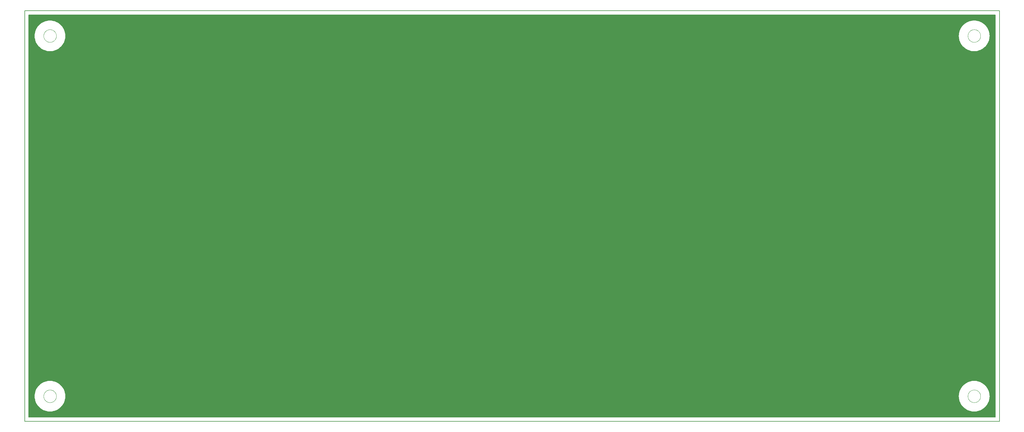
<source format=gbl>
G75*
%MOIN*%
%OFA0B0*%
%FSLAX25Y25*%
%IPPOS*%
%LPD*%
%AMOC8*
5,1,8,0,0,1.08239X$1,22.5*
%
%ADD10C,0.00600*%
%ADD11C,0.00000*%
D10*
X0001300Y0001300D02*
X0001300Y0488900D01*
X1156100Y0488900D01*
X1156100Y0001300D01*
X0001300Y0001300D01*
X0006100Y0006300D02*
X1151100Y0006300D01*
X1151100Y0483900D01*
X0006100Y0483900D01*
X0006100Y0006300D01*
X1151100Y0006300D01*
X1151100Y0006899D02*
X0006100Y0006899D01*
X0006100Y0007497D02*
X1151100Y0007497D01*
X1151100Y0008096D02*
X0006100Y0008096D01*
X0006100Y0008694D02*
X1151100Y0008694D01*
X1151100Y0009293D02*
X0006100Y0009293D01*
X0006100Y0009891D02*
X1151100Y0009891D01*
X1151100Y0010490D02*
X0006100Y0010490D01*
X0006100Y0011088D02*
X1151100Y0011088D01*
X1151100Y0011687D02*
X0006100Y0011687D01*
X0006100Y0012285D02*
X1151100Y0012285D01*
X1151100Y0012884D02*
X1128401Y0012884D01*
X1128333Y0012870D02*
X1128521Y0012908D01*
X1128713Y0012920D01*
X1128740Y0012951D01*
X1130683Y0013337D01*
X1130720Y0013319D01*
X1130901Y0013381D01*
X1131089Y0013418D01*
X1131112Y0013453D01*
X1132988Y0014089D01*
X1133027Y0014076D01*
X1133199Y0014161D01*
X1133381Y0014223D01*
X1133399Y0014259D01*
X1135176Y0015136D01*
X1135216Y0015128D01*
X1135376Y0015234D01*
X1135548Y0015319D01*
X1135561Y0015358D01*
X1137208Y0016459D01*
X1137249Y0016456D01*
X1137393Y0016582D01*
X1137553Y0016689D01*
X1137561Y0016729D01*
X1139050Y0018035D01*
X1139091Y0018038D01*
X1139218Y0018182D01*
X1139362Y0018309D01*
X1139365Y0018350D01*
X1140671Y0019839D01*
X1140711Y0019847D01*
X1140818Y0020007D01*
X1140944Y0020151D01*
X1140941Y0020192D01*
X1142042Y0021839D01*
X1142081Y0021852D01*
X1142166Y0022024D01*
X1142272Y0022184D01*
X1142264Y0022224D01*
X1143141Y0024001D01*
X1143177Y0024019D01*
X1143239Y0024201D01*
X1143324Y0024373D01*
X1143311Y0024412D01*
X1143947Y0026288D01*
X1143982Y0026311D01*
X1144019Y0026499D01*
X1144081Y0026680D01*
X1144063Y0026717D01*
X1144449Y0028660D01*
X1144480Y0028687D01*
X1144492Y0028879D01*
X1144530Y0029067D01*
X1144507Y0029101D01*
X1144637Y0031078D01*
X1144664Y0031109D01*
X1144651Y0031300D01*
X1144664Y0031491D01*
X1144637Y0031522D01*
X1144507Y0033499D01*
X1144530Y0033533D01*
X1144492Y0033721D01*
X1144480Y0033913D01*
X1144449Y0033940D01*
X1144063Y0035883D01*
X1144081Y0035920D01*
X1144019Y0036101D01*
X1143982Y0036289D01*
X1143947Y0036312D01*
X1143311Y0038188D01*
X1143324Y0038227D01*
X1143239Y0038399D01*
X1143177Y0038581D01*
X1143141Y0038599D01*
X1142264Y0040376D01*
X1142272Y0040416D01*
X1142166Y0040576D01*
X1142081Y0040748D01*
X1142042Y0040761D01*
X1140941Y0042408D01*
X1140944Y0042449D01*
X1140818Y0042593D01*
X1140711Y0042753D01*
X1140671Y0042761D01*
X1139365Y0044250D01*
X1139362Y0044291D01*
X1139218Y0044418D01*
X1139091Y0044562D01*
X1139050Y0044565D01*
X1137561Y0045871D01*
X1137553Y0045911D01*
X1137393Y0046018D01*
X1137249Y0046144D01*
X1137208Y0046141D01*
X1135561Y0047242D01*
X1135548Y0047281D01*
X1135376Y0047366D01*
X1135216Y0047472D01*
X1135176Y0047464D01*
X1133399Y0048341D01*
X1133381Y0048377D01*
X1133199Y0048439D01*
X1133027Y0048524D01*
X1132988Y0048511D01*
X1131112Y0049147D01*
X1131089Y0049182D01*
X1130901Y0049219D01*
X1130720Y0049281D01*
X1130683Y0049262D01*
X1128740Y0049649D01*
X1128713Y0049680D01*
X1128521Y0049692D01*
X1128333Y0049730D01*
X1128299Y0049707D01*
X1126322Y0049837D01*
X1126291Y0049864D01*
X1126100Y0049851D01*
X1125909Y0049864D01*
X1125878Y0049837D01*
X1123901Y0049707D01*
X1123867Y0049730D01*
X1123679Y0049692D01*
X1123487Y0049680D01*
X1123460Y0049649D01*
X1121517Y0049262D01*
X1121480Y0049281D01*
X1121299Y0049219D01*
X1121111Y0049182D01*
X1121088Y0049147D01*
X1119212Y0048511D01*
X1119173Y0048524D01*
X1119001Y0048439D01*
X1118819Y0048377D01*
X1118801Y0048341D01*
X1117024Y0047464D01*
X1116984Y0047472D01*
X1116824Y0047366D01*
X1116652Y0047281D01*
X1116639Y0047242D01*
X1114992Y0046141D01*
X1114951Y0046144D01*
X1114807Y0046018D01*
X1114647Y0045911D01*
X1114639Y0045871D01*
X1113150Y0044565D01*
X1113109Y0044562D01*
X1112982Y0044418D01*
X1112838Y0044291D01*
X1112835Y0044250D01*
X1111529Y0042761D01*
X1111489Y0042753D01*
X1111382Y0042593D01*
X1111256Y0042449D01*
X1111259Y0042408D01*
X1110158Y0040761D01*
X1110119Y0040748D01*
X1110034Y0040576D01*
X1109928Y0040416D01*
X1109936Y0040376D01*
X1109059Y0038599D01*
X1109023Y0038581D01*
X1108961Y0038399D01*
X1108876Y0038227D01*
X1108889Y0038188D01*
X1108253Y0036312D01*
X1108218Y0036289D01*
X1108181Y0036101D01*
X1108119Y0035920D01*
X1108137Y0035883D01*
X1107751Y0033940D01*
X1107720Y0033913D01*
X1107708Y0033721D01*
X1107670Y0033533D01*
X1107693Y0033499D01*
X1107563Y0031522D01*
X1107536Y0031491D01*
X1107549Y0031300D01*
X1107536Y0031109D01*
X1107563Y0031078D01*
X1107693Y0029101D01*
X1107670Y0029067D01*
X1107708Y0028879D01*
X1107720Y0028687D01*
X1107751Y0028660D01*
X1108137Y0026717D01*
X1108119Y0026680D01*
X1108181Y0026499D01*
X1108218Y0026311D01*
X1108253Y0026288D01*
X1108889Y0024412D01*
X1108876Y0024373D01*
X1108961Y0024201D01*
X1109023Y0024019D01*
X1109059Y0024001D01*
X1109936Y0022224D01*
X1109928Y0022184D01*
X1110034Y0022024D01*
X1110119Y0021852D01*
X1110158Y0021839D01*
X1111259Y0020192D01*
X1111256Y0020151D01*
X1111382Y0020007D01*
X1111489Y0019847D01*
X1111529Y0019839D01*
X1112835Y0018350D01*
X1112838Y0018309D01*
X1112982Y0018182D01*
X1113109Y0018038D01*
X1113150Y0018035D01*
X1114639Y0016729D01*
X1114647Y0016689D01*
X1114807Y0016582D01*
X1114951Y0016456D01*
X1114992Y0016459D01*
X1116639Y0015358D01*
X1116652Y0015319D01*
X1116824Y0015234D01*
X1116984Y0015128D01*
X1117024Y0015136D01*
X1118801Y0014259D01*
X1118819Y0014223D01*
X1119001Y0014161D01*
X1119173Y0014076D01*
X1119212Y0014089D01*
X1121088Y0013453D01*
X1121111Y0013418D01*
X1121299Y0013381D01*
X1121480Y0013319D01*
X1121517Y0013337D01*
X1123460Y0012951D01*
X1123487Y0012920D01*
X1123679Y0012908D01*
X1123867Y0012870D01*
X1123901Y0012893D01*
X1125878Y0012763D01*
X1125909Y0012736D01*
X1126100Y0012749D01*
X1126291Y0012736D01*
X1126322Y0012763D01*
X1128299Y0012893D01*
X1128333Y0012870D01*
X1128313Y0012884D02*
X1128156Y0012884D01*
X1131200Y0013482D02*
X1151100Y0013482D01*
X1151100Y0014081D02*
X1133036Y0014081D01*
X1133014Y0014081D02*
X1132963Y0014081D01*
X1134250Y0014679D02*
X1151100Y0014679D01*
X1151100Y0015278D02*
X1135464Y0015278D01*
X1136336Y0015876D02*
X1151100Y0015876D01*
X1151100Y0016475D02*
X1137270Y0016475D01*
X1137953Y0017073D02*
X1151100Y0017073D01*
X1151100Y0017672D02*
X1138635Y0017672D01*
X1139318Y0018270D02*
X1151100Y0018270D01*
X1151100Y0018869D02*
X1139820Y0018869D01*
X1140344Y0019467D02*
X1151100Y0019467D01*
X1151100Y0020066D02*
X1140869Y0020066D01*
X1141257Y0020664D02*
X1151100Y0020664D01*
X1151100Y0021263D02*
X1141657Y0021263D01*
X1142085Y0021861D02*
X1151100Y0021861D01*
X1151100Y0022460D02*
X1142380Y0022460D01*
X1142676Y0023058D02*
X1151100Y0023058D01*
X1151100Y0023657D02*
X1142971Y0023657D01*
X1143266Y0024255D02*
X1151100Y0024255D01*
X1151100Y0024854D02*
X1143461Y0024854D01*
X1143664Y0025452D02*
X1151100Y0025452D01*
X1151100Y0026051D02*
X1143867Y0026051D01*
X1144070Y0026649D02*
X1151100Y0026649D01*
X1151100Y0027248D02*
X1144168Y0027248D01*
X1144287Y0027846D02*
X1151100Y0027846D01*
X1151100Y0028445D02*
X1144406Y0028445D01*
X1144525Y0029043D02*
X1151100Y0029043D01*
X1151100Y0029642D02*
X1144542Y0029642D01*
X1144582Y0030240D02*
X1151100Y0030240D01*
X1151100Y0030839D02*
X1144621Y0030839D01*
X1144660Y0031437D02*
X1151100Y0031437D01*
X1151100Y0032036D02*
X1144603Y0032036D01*
X1144564Y0032634D02*
X1151100Y0032634D01*
X1151100Y0033233D02*
X1144524Y0033233D01*
X1144485Y0033832D02*
X1151100Y0033832D01*
X1151100Y0034430D02*
X1144352Y0034430D01*
X1144232Y0035029D02*
X1151100Y0035029D01*
X1151100Y0035627D02*
X1144113Y0035627D01*
X1143994Y0036226D02*
X1151100Y0036226D01*
X1151100Y0036824D02*
X1143774Y0036824D01*
X1143571Y0037423D02*
X1151100Y0037423D01*
X1151100Y0038021D02*
X1143367Y0038021D01*
X1143130Y0038620D02*
X1151100Y0038620D01*
X1151100Y0039218D02*
X1142835Y0039218D01*
X1142540Y0039817D02*
X1151100Y0039817D01*
X1151100Y0040415D02*
X1142272Y0040415D01*
X1141873Y0041014D02*
X1151100Y0041014D01*
X1151100Y0041612D02*
X1141473Y0041612D01*
X1141073Y0042211D02*
X1151100Y0042211D01*
X1151100Y0042809D02*
X1140628Y0042809D01*
X1140103Y0043408D02*
X1151100Y0043408D01*
X1151100Y0044006D02*
X1139578Y0044006D01*
X1139004Y0044605D02*
X1151100Y0044605D01*
X1151100Y0045203D02*
X1138322Y0045203D01*
X1137639Y0045802D02*
X1151100Y0045802D01*
X1151100Y0046400D02*
X1136821Y0046400D01*
X1135925Y0046999D02*
X1151100Y0046999D01*
X1151100Y0047597D02*
X1134906Y0047597D01*
X1133693Y0048196D02*
X1151100Y0048196D01*
X1151100Y0048794D02*
X1132153Y0048794D01*
X1130028Y0049393D02*
X1151100Y0049393D01*
X1151100Y0049991D02*
X0006100Y0049991D01*
X0006100Y0049393D02*
X0027372Y0049393D01*
X0026717Y0049263D02*
X0026680Y0049281D01*
X0026499Y0049219D01*
X0026311Y0049182D01*
X0026288Y0049147D01*
X0024412Y0048511D01*
X0024373Y0048524D01*
X0024201Y0048439D01*
X0024019Y0048377D01*
X0024001Y0048341D01*
X0022224Y0047464D01*
X0022184Y0047472D01*
X0022024Y0047366D01*
X0021852Y0047281D01*
X0021839Y0047242D01*
X0020192Y0046141D01*
X0020151Y0046144D01*
X0020007Y0046018D01*
X0019847Y0045911D01*
X0019839Y0045871D01*
X0018350Y0044565D01*
X0018309Y0044562D01*
X0018182Y0044418D01*
X0018038Y0044291D01*
X0018035Y0044250D01*
X0016729Y0042761D01*
X0016689Y0042753D01*
X0016582Y0042593D01*
X0016456Y0042449D01*
X0016459Y0042408D01*
X0015358Y0040761D01*
X0015319Y0040748D01*
X0015234Y0040576D01*
X0015128Y0040416D01*
X0015136Y0040376D01*
X0014259Y0038599D01*
X0014223Y0038581D01*
X0014161Y0038399D01*
X0014076Y0038227D01*
X0014089Y0038188D01*
X0013453Y0036312D01*
X0013418Y0036289D01*
X0013381Y0036101D01*
X0013319Y0035920D01*
X0013337Y0035883D01*
X0012951Y0033940D01*
X0012920Y0033913D01*
X0012908Y0033721D01*
X0012870Y0033533D01*
X0012893Y0033499D01*
X0012763Y0031522D01*
X0012736Y0031491D01*
X0012749Y0031300D01*
X0012736Y0031109D01*
X0012763Y0031078D01*
X0012893Y0029101D01*
X0012870Y0029067D01*
X0012908Y0028879D01*
X0012920Y0028687D01*
X0012951Y0028660D01*
X0013337Y0026717D01*
X0013319Y0026680D01*
X0013381Y0026499D01*
X0013418Y0026311D01*
X0013453Y0026288D01*
X0014089Y0024412D01*
X0014076Y0024373D01*
X0014161Y0024201D01*
X0014223Y0024019D01*
X0014259Y0024001D01*
X0015136Y0022224D01*
X0015128Y0022184D01*
X0015234Y0022024D01*
X0015319Y0021852D01*
X0015358Y0021839D01*
X0016459Y0020192D01*
X0016456Y0020151D01*
X0016582Y0020007D01*
X0016689Y0019847D01*
X0016729Y0019839D01*
X0018035Y0018350D01*
X0018038Y0018309D01*
X0018182Y0018182D01*
X0018309Y0018038D01*
X0018350Y0018035D01*
X0019839Y0016729D01*
X0019847Y0016689D01*
X0020007Y0016582D01*
X0020151Y0016456D01*
X0020192Y0016459D01*
X0021839Y0015358D01*
X0021852Y0015319D01*
X0022024Y0015234D01*
X0022184Y0015128D01*
X0022224Y0015136D01*
X0024001Y0014259D01*
X0024019Y0014223D01*
X0024201Y0014161D01*
X0024373Y0014076D01*
X0024412Y0014089D01*
X0026288Y0013453D01*
X0026311Y0013418D01*
X0026499Y0013381D01*
X0026680Y0013319D01*
X0026717Y0013337D01*
X0028660Y0012951D01*
X0028687Y0012920D01*
X0028879Y0012908D01*
X0029067Y0012870D01*
X0029101Y0012893D01*
X0031078Y0012763D01*
X0031109Y0012736D01*
X0031300Y0012749D01*
X0031491Y0012736D01*
X0031522Y0012763D01*
X0033499Y0012893D01*
X0033533Y0012870D01*
X0033721Y0012908D01*
X0033913Y0012920D01*
X0033940Y0012951D01*
X0035883Y0013337D01*
X0035920Y0013319D01*
X0036101Y0013381D01*
X0036289Y0013418D01*
X0036312Y0013453D01*
X0038188Y0014089D01*
X0038227Y0014076D01*
X0038399Y0014161D01*
X0038581Y0014223D01*
X0038599Y0014259D01*
X0040376Y0015136D01*
X0040416Y0015128D01*
X0040576Y0015234D01*
X0040748Y0015319D01*
X0040761Y0015358D01*
X0042408Y0016459D01*
X0042449Y0016456D01*
X0042593Y0016582D01*
X0042753Y0016689D01*
X0042761Y0016729D01*
X0044250Y0018035D01*
X0044291Y0018038D01*
X0044418Y0018182D01*
X0044562Y0018309D01*
X0044565Y0018350D01*
X0045871Y0019839D01*
X0045911Y0019847D01*
X0046018Y0020007D01*
X0046144Y0020151D01*
X0046141Y0020192D01*
X0047242Y0021839D01*
X0047281Y0021852D01*
X0047366Y0022024D01*
X0047472Y0022184D01*
X0047464Y0022224D01*
X0048341Y0024001D01*
X0048377Y0024019D01*
X0048439Y0024201D01*
X0048524Y0024373D01*
X0048511Y0024412D01*
X0049147Y0026288D01*
X0049182Y0026311D01*
X0049219Y0026499D01*
X0049281Y0026680D01*
X0049262Y0026717D01*
X0049649Y0028660D01*
X0049680Y0028687D01*
X0049692Y0028879D01*
X0049730Y0029067D01*
X0049707Y0029101D01*
X0049837Y0031078D01*
X0049864Y0031109D01*
X0049851Y0031300D01*
X0049864Y0031491D01*
X0049837Y0031522D01*
X0049707Y0033499D01*
X0049730Y0033533D01*
X0049692Y0033721D01*
X0049680Y0033913D01*
X0049649Y0033940D01*
X0049262Y0035883D01*
X0049281Y0035920D01*
X0049219Y0036101D01*
X0049182Y0036289D01*
X0049147Y0036312D01*
X0048511Y0038188D01*
X0048524Y0038227D01*
X0048439Y0038399D01*
X0048377Y0038581D01*
X0048341Y0038599D01*
X0047464Y0040376D01*
X0047472Y0040416D01*
X0047366Y0040576D01*
X0047281Y0040748D01*
X0047242Y0040761D01*
X0046141Y0042408D01*
X0046144Y0042449D01*
X0046018Y0042593D01*
X0045911Y0042753D01*
X0045871Y0042761D01*
X0044565Y0044250D01*
X0044562Y0044291D01*
X0044418Y0044418D01*
X0044291Y0044562D01*
X0044250Y0044565D01*
X0042761Y0045871D01*
X0042753Y0045911D01*
X0042593Y0046018D01*
X0042449Y0046144D01*
X0042408Y0046141D01*
X0040761Y0047242D01*
X0040748Y0047281D01*
X0040576Y0047366D01*
X0040416Y0047472D01*
X0040376Y0047464D01*
X0038599Y0048341D01*
X0038581Y0048377D01*
X0038399Y0048439D01*
X0038227Y0048524D01*
X0038188Y0048511D01*
X0036312Y0049147D01*
X0036289Y0049182D01*
X0036101Y0049219D01*
X0035920Y0049281D01*
X0035883Y0049263D01*
X0033940Y0049649D01*
X0033913Y0049680D01*
X0033721Y0049692D01*
X0033533Y0049730D01*
X0033499Y0049707D01*
X0031522Y0049837D01*
X0031491Y0049864D01*
X0031300Y0049851D01*
X0031109Y0049864D01*
X0031078Y0049837D01*
X0029101Y0049707D01*
X0029067Y0049730D01*
X0028879Y0049692D01*
X0028687Y0049680D01*
X0028660Y0049649D01*
X0026717Y0049263D01*
X0025247Y0048794D02*
X0006100Y0048794D01*
X0006100Y0048196D02*
X0023707Y0048196D01*
X0022494Y0047597D02*
X0006100Y0047597D01*
X0006100Y0046999D02*
X0021475Y0046999D01*
X0020579Y0046400D02*
X0006100Y0046400D01*
X0006100Y0045802D02*
X0019761Y0045802D01*
X0019078Y0045203D02*
X0006100Y0045203D01*
X0006100Y0044605D02*
X0018396Y0044605D01*
X0017822Y0044006D02*
X0006100Y0044006D01*
X0006100Y0043408D02*
X0017297Y0043408D01*
X0016772Y0042809D02*
X0006100Y0042809D01*
X0006100Y0042211D02*
X0016327Y0042211D01*
X0015927Y0041612D02*
X0006100Y0041612D01*
X0006100Y0041014D02*
X0015527Y0041014D01*
X0015128Y0040415D02*
X0006100Y0040415D01*
X0006100Y0039817D02*
X0014860Y0039817D01*
X0014565Y0039218D02*
X0006100Y0039218D01*
X0006100Y0038620D02*
X0014270Y0038620D01*
X0014033Y0038021D02*
X0006100Y0038021D01*
X0006100Y0037423D02*
X0013829Y0037423D01*
X0013626Y0036824D02*
X0006100Y0036824D01*
X0006100Y0036226D02*
X0013406Y0036226D01*
X0013287Y0035627D02*
X0006100Y0035627D01*
X0006100Y0035029D02*
X0013168Y0035029D01*
X0013048Y0034430D02*
X0006100Y0034430D01*
X0006100Y0033832D02*
X0012915Y0033832D01*
X0012876Y0033233D02*
X0006100Y0033233D01*
X0006100Y0032634D02*
X0012836Y0032634D01*
X0012797Y0032036D02*
X0006100Y0032036D01*
X0006100Y0031437D02*
X0012740Y0031437D01*
X0012779Y0030839D02*
X0006100Y0030839D01*
X0006100Y0030240D02*
X0012818Y0030240D01*
X0012858Y0029642D02*
X0006100Y0029642D01*
X0006100Y0029043D02*
X0012875Y0029043D01*
X0012994Y0028445D02*
X0006100Y0028445D01*
X0006100Y0027846D02*
X0013113Y0027846D01*
X0013232Y0027248D02*
X0006100Y0027248D01*
X0006100Y0026649D02*
X0013330Y0026649D01*
X0013533Y0026051D02*
X0006100Y0026051D01*
X0006100Y0025452D02*
X0013736Y0025452D01*
X0013939Y0024854D02*
X0006100Y0024854D01*
X0006100Y0024255D02*
X0014134Y0024255D01*
X0014429Y0023657D02*
X0006100Y0023657D01*
X0006100Y0023058D02*
X0014724Y0023058D01*
X0015019Y0022460D02*
X0006100Y0022460D01*
X0006100Y0021861D02*
X0015315Y0021861D01*
X0015743Y0021263D02*
X0006100Y0021263D01*
X0006100Y0020664D02*
X0016143Y0020664D01*
X0016531Y0020066D02*
X0006100Y0020066D01*
X0006100Y0019467D02*
X0017055Y0019467D01*
X0017580Y0018869D02*
X0006100Y0018869D01*
X0006100Y0018270D02*
X0018082Y0018270D01*
X0018765Y0017672D02*
X0006100Y0017672D01*
X0006100Y0017073D02*
X0019447Y0017073D01*
X0020130Y0016475D02*
X0006100Y0016475D01*
X0006100Y0015876D02*
X0021064Y0015876D01*
X0021936Y0015278D02*
X0006100Y0015278D01*
X0006100Y0014679D02*
X0023150Y0014679D01*
X0024364Y0014081D02*
X0006100Y0014081D01*
X0006100Y0013482D02*
X0026200Y0013482D01*
X0024437Y0014081D02*
X0024386Y0014081D01*
X0028999Y0012884D02*
X0006100Y0012884D01*
X0029087Y0012884D02*
X0029243Y0012884D01*
X0033356Y0012884D02*
X0033513Y0012884D01*
X0033601Y0012884D02*
X1123799Y0012884D01*
X1123887Y0012884D02*
X1124043Y0012884D01*
X1121000Y0013482D02*
X0036400Y0013482D01*
X0038163Y0014081D02*
X0038214Y0014081D01*
X0038236Y0014081D02*
X1119164Y0014081D01*
X1119186Y0014081D02*
X1119237Y0014081D01*
X1117950Y0014679D02*
X0039450Y0014679D01*
X0040664Y0015278D02*
X1116736Y0015278D01*
X1115864Y0015876D02*
X0041536Y0015876D01*
X0042470Y0016475D02*
X1114930Y0016475D01*
X1114247Y0017073D02*
X0043153Y0017073D01*
X0043835Y0017672D02*
X1113565Y0017672D01*
X1112882Y0018270D02*
X0044518Y0018270D01*
X0045020Y0018869D02*
X1112380Y0018869D01*
X1111855Y0019467D02*
X0045544Y0019467D01*
X0046069Y0020066D02*
X1111331Y0020066D01*
X1110943Y0020664D02*
X0046457Y0020664D01*
X0046857Y0021263D02*
X1110543Y0021263D01*
X1110115Y0021861D02*
X0047285Y0021861D01*
X0047580Y0022460D02*
X1109819Y0022460D01*
X1109524Y0023058D02*
X0047876Y0023058D01*
X0048171Y0023657D02*
X1109229Y0023657D01*
X1108934Y0024255D02*
X0048466Y0024255D01*
X0048661Y0024854D02*
X1108739Y0024854D01*
X1108536Y0025452D02*
X0048864Y0025452D01*
X0049067Y0026051D02*
X1108333Y0026051D01*
X1108130Y0026649D02*
X0049270Y0026649D01*
X0049368Y0027248D02*
X1108032Y0027248D01*
X1107913Y0027846D02*
X0049487Y0027846D01*
X0049606Y0028445D02*
X1107794Y0028445D01*
X1107675Y0029043D02*
X0049725Y0029043D01*
X0049742Y0029642D02*
X1107658Y0029642D01*
X1107618Y0030240D02*
X0049782Y0030240D01*
X0049821Y0030839D02*
X1107579Y0030839D01*
X1107540Y0031437D02*
X0049860Y0031437D01*
X0049803Y0032036D02*
X1107597Y0032036D01*
X1107636Y0032634D02*
X0049764Y0032634D01*
X0049724Y0033233D02*
X1107676Y0033233D01*
X1107715Y0033832D02*
X0049685Y0033832D01*
X0049552Y0034430D02*
X1107848Y0034430D01*
X1107968Y0035029D02*
X0049432Y0035029D01*
X0049313Y0035627D02*
X1108087Y0035627D01*
X1108206Y0036226D02*
X0049194Y0036226D01*
X0048974Y0036824D02*
X1108426Y0036824D01*
X1108629Y0037423D02*
X0048771Y0037423D01*
X0048567Y0038021D02*
X1108833Y0038021D01*
X1109070Y0038620D02*
X0048330Y0038620D01*
X0048035Y0039218D02*
X1109365Y0039218D01*
X1109660Y0039817D02*
X0047740Y0039817D01*
X0047472Y0040415D02*
X1109928Y0040415D01*
X1110327Y0041014D02*
X0047073Y0041014D01*
X0046673Y0041612D02*
X1110727Y0041612D01*
X1111127Y0042211D02*
X0046273Y0042211D01*
X0045828Y0042809D02*
X1111572Y0042809D01*
X1112097Y0043408D02*
X0045303Y0043408D01*
X0044778Y0044006D02*
X1112622Y0044006D01*
X1113196Y0044605D02*
X0044204Y0044605D01*
X0043522Y0045203D02*
X1113878Y0045203D01*
X1114561Y0045802D02*
X0042839Y0045802D01*
X0042021Y0046400D02*
X1115379Y0046400D01*
X1116275Y0046999D02*
X0041125Y0046999D01*
X0040106Y0047597D02*
X1117294Y0047597D01*
X1118507Y0048196D02*
X0038893Y0048196D01*
X0037353Y0048794D02*
X1120047Y0048794D01*
X1122172Y0049393D02*
X0035228Y0049393D01*
X0006100Y0050590D02*
X1151100Y0050590D01*
X1151100Y0051188D02*
X0006100Y0051188D01*
X0006100Y0051787D02*
X1151100Y0051787D01*
X1151100Y0052385D02*
X0006100Y0052385D01*
X0006100Y0052984D02*
X1151100Y0052984D01*
X1151100Y0053582D02*
X0006100Y0053582D01*
X0006100Y0054181D02*
X1151100Y0054181D01*
X1151100Y0054779D02*
X0006100Y0054779D01*
X0006100Y0055378D02*
X1151100Y0055378D01*
X1151100Y0055976D02*
X0006100Y0055976D01*
X0006100Y0056575D02*
X1151100Y0056575D01*
X1151100Y0057173D02*
X0006100Y0057173D01*
X0006100Y0057772D02*
X1151100Y0057772D01*
X1151100Y0058370D02*
X0006100Y0058370D01*
X0006100Y0058969D02*
X1151100Y0058969D01*
X1151100Y0059568D02*
X0006100Y0059568D01*
X0006100Y0060166D02*
X1151100Y0060166D01*
X1151100Y0060765D02*
X0006100Y0060765D01*
X0006100Y0061363D02*
X1151100Y0061363D01*
X1151100Y0061962D02*
X0006100Y0061962D01*
X0006100Y0062560D02*
X1151100Y0062560D01*
X1151100Y0063159D02*
X0006100Y0063159D01*
X0006100Y0063757D02*
X1151100Y0063757D01*
X1151100Y0064356D02*
X0006100Y0064356D01*
X0006100Y0064954D02*
X1151100Y0064954D01*
X1151100Y0065553D02*
X0006100Y0065553D01*
X0006100Y0066151D02*
X1151100Y0066151D01*
X1151100Y0066750D02*
X0006100Y0066750D01*
X0006100Y0067348D02*
X1151100Y0067348D01*
X1151100Y0067947D02*
X0006100Y0067947D01*
X0006100Y0068545D02*
X1151100Y0068545D01*
X1151100Y0069144D02*
X0006100Y0069144D01*
X0006100Y0069742D02*
X1151100Y0069742D01*
X1151100Y0070341D02*
X0006100Y0070341D01*
X0006100Y0070939D02*
X1151100Y0070939D01*
X1151100Y0071538D02*
X0006100Y0071538D01*
X0006100Y0072136D02*
X1151100Y0072136D01*
X1151100Y0072735D02*
X0006100Y0072735D01*
X0006100Y0073333D02*
X1151100Y0073333D01*
X1151100Y0073932D02*
X0006100Y0073932D01*
X0006100Y0074530D02*
X1151100Y0074530D01*
X1151100Y0075129D02*
X0006100Y0075129D01*
X0006100Y0075727D02*
X1151100Y0075727D01*
X1151100Y0076326D02*
X0006100Y0076326D01*
X0006100Y0076924D02*
X1151100Y0076924D01*
X1151100Y0077523D02*
X0006100Y0077523D01*
X0006100Y0078121D02*
X1151100Y0078121D01*
X1151100Y0078720D02*
X0006100Y0078720D01*
X0006100Y0079318D02*
X1151100Y0079318D01*
X1151100Y0079917D02*
X0006100Y0079917D01*
X0006100Y0080515D02*
X1151100Y0080515D01*
X1151100Y0081114D02*
X0006100Y0081114D01*
X0006100Y0081712D02*
X1151100Y0081712D01*
X1151100Y0082311D02*
X0006100Y0082311D01*
X0006100Y0082909D02*
X1151100Y0082909D01*
X1151100Y0083508D02*
X0006100Y0083508D01*
X0006100Y0084106D02*
X1151100Y0084106D01*
X1151100Y0084705D02*
X0006100Y0084705D01*
X0006100Y0085303D02*
X1151100Y0085303D01*
X1151100Y0085902D02*
X0006100Y0085902D01*
X0006100Y0086501D02*
X1151100Y0086501D01*
X1151100Y0087099D02*
X0006100Y0087099D01*
X0006100Y0087698D02*
X1151100Y0087698D01*
X1151100Y0088296D02*
X0006100Y0088296D01*
X0006100Y0088895D02*
X1151100Y0088895D01*
X1151100Y0089493D02*
X0006100Y0089493D01*
X0006100Y0090092D02*
X1151100Y0090092D01*
X1151100Y0090690D02*
X0006100Y0090690D01*
X0006100Y0091289D02*
X1151100Y0091289D01*
X1151100Y0091887D02*
X0006100Y0091887D01*
X0006100Y0092486D02*
X1151100Y0092486D01*
X1151100Y0093084D02*
X0006100Y0093084D01*
X0006100Y0093683D02*
X1151100Y0093683D01*
X1151100Y0094281D02*
X0006100Y0094281D01*
X0006100Y0094880D02*
X1151100Y0094880D01*
X1151100Y0095478D02*
X0006100Y0095478D01*
X0006100Y0096077D02*
X1151100Y0096077D01*
X1151100Y0096675D02*
X0006100Y0096675D01*
X0006100Y0097274D02*
X1151100Y0097274D01*
X1151100Y0097872D02*
X0006100Y0097872D01*
X0006100Y0098471D02*
X1151100Y0098471D01*
X1151100Y0099069D02*
X0006100Y0099069D01*
X0006100Y0099668D02*
X1151100Y0099668D01*
X1151100Y0100266D02*
X0006100Y0100266D01*
X0006100Y0100865D02*
X1151100Y0100865D01*
X1151100Y0101463D02*
X0006100Y0101463D01*
X0006100Y0102062D02*
X1151100Y0102062D01*
X1151100Y0102660D02*
X0006100Y0102660D01*
X0006100Y0103259D02*
X1151100Y0103259D01*
X1151100Y0103857D02*
X0006100Y0103857D01*
X0006100Y0104456D02*
X1151100Y0104456D01*
X1151100Y0105054D02*
X0006100Y0105054D01*
X0006100Y0105653D02*
X1151100Y0105653D01*
X1151100Y0106251D02*
X0006100Y0106251D01*
X0006100Y0106850D02*
X1151100Y0106850D01*
X1151100Y0107448D02*
X0006100Y0107448D01*
X0006100Y0108047D02*
X1151100Y0108047D01*
X1151100Y0108645D02*
X0006100Y0108645D01*
X0006100Y0109244D02*
X1151100Y0109244D01*
X1151100Y0109842D02*
X0006100Y0109842D01*
X0006100Y0110441D02*
X1151100Y0110441D01*
X1151100Y0111039D02*
X0006100Y0111039D01*
X0006100Y0111638D02*
X1151100Y0111638D01*
X1151100Y0112237D02*
X0006100Y0112237D01*
X0006100Y0112835D02*
X1151100Y0112835D01*
X1151100Y0113434D02*
X0006100Y0113434D01*
X0006100Y0114032D02*
X1151100Y0114032D01*
X1151100Y0114631D02*
X0006100Y0114631D01*
X0006100Y0115229D02*
X1151100Y0115229D01*
X1151100Y0115828D02*
X0006100Y0115828D01*
X0006100Y0116426D02*
X1151100Y0116426D01*
X1151100Y0117025D02*
X0006100Y0117025D01*
X0006100Y0117623D02*
X1151100Y0117623D01*
X1151100Y0118222D02*
X0006100Y0118222D01*
X0006100Y0118820D02*
X1151100Y0118820D01*
X1151100Y0119419D02*
X0006100Y0119419D01*
X0006100Y0120017D02*
X1151100Y0120017D01*
X1151100Y0120616D02*
X0006100Y0120616D01*
X0006100Y0121214D02*
X1151100Y0121214D01*
X1151100Y0121813D02*
X0006100Y0121813D01*
X0006100Y0122411D02*
X1151100Y0122411D01*
X1151100Y0123010D02*
X0006100Y0123010D01*
X0006100Y0123608D02*
X1151100Y0123608D01*
X1151100Y0124207D02*
X0006100Y0124207D01*
X0006100Y0124805D02*
X1151100Y0124805D01*
X1151100Y0125404D02*
X0006100Y0125404D01*
X0006100Y0126002D02*
X1151100Y0126002D01*
X1151100Y0126601D02*
X0006100Y0126601D01*
X0006100Y0127199D02*
X1151100Y0127199D01*
X1151100Y0127798D02*
X0006100Y0127798D01*
X0006100Y0128396D02*
X1151100Y0128396D01*
X1151100Y0128995D02*
X0006100Y0128995D01*
X0006100Y0129593D02*
X1151100Y0129593D01*
X1151100Y0130192D02*
X0006100Y0130192D01*
X0006100Y0130790D02*
X1151100Y0130790D01*
X1151100Y0131389D02*
X0006100Y0131389D01*
X0006100Y0131987D02*
X1151100Y0131987D01*
X1151100Y0132586D02*
X0006100Y0132586D01*
X0006100Y0133184D02*
X1151100Y0133184D01*
X1151100Y0133783D02*
X0006100Y0133783D01*
X0006100Y0134381D02*
X1151100Y0134381D01*
X1151100Y0134980D02*
X0006100Y0134980D01*
X0006100Y0135578D02*
X1151100Y0135578D01*
X1151100Y0136177D02*
X0006100Y0136177D01*
X0006100Y0136775D02*
X1151100Y0136775D01*
X1151100Y0137374D02*
X0006100Y0137374D01*
X0006100Y0137972D02*
X1151100Y0137972D01*
X1151100Y0138571D02*
X0006100Y0138571D01*
X0006100Y0139170D02*
X1151100Y0139170D01*
X1151100Y0139768D02*
X0006100Y0139768D01*
X0006100Y0140367D02*
X1151100Y0140367D01*
X1151100Y0140965D02*
X0006100Y0140965D01*
X0006100Y0141564D02*
X1151100Y0141564D01*
X1151100Y0142162D02*
X0006100Y0142162D01*
X0006100Y0142761D02*
X1151100Y0142761D01*
X1151100Y0143359D02*
X0006100Y0143359D01*
X0006100Y0143958D02*
X1151100Y0143958D01*
X1151100Y0144556D02*
X0006100Y0144556D01*
X0006100Y0145155D02*
X1151100Y0145155D01*
X1151100Y0145753D02*
X0006100Y0145753D01*
X0006100Y0146352D02*
X1151100Y0146352D01*
X1151100Y0146950D02*
X0006100Y0146950D01*
X0006100Y0147549D02*
X1151100Y0147549D01*
X1151100Y0148147D02*
X0006100Y0148147D01*
X0006100Y0148746D02*
X1151100Y0148746D01*
X1151100Y0149344D02*
X0006100Y0149344D01*
X0006100Y0149943D02*
X1151100Y0149943D01*
X1151100Y0150541D02*
X0006100Y0150541D01*
X0006100Y0151140D02*
X1151100Y0151140D01*
X1151100Y0151738D02*
X0006100Y0151738D01*
X0006100Y0152337D02*
X1151100Y0152337D01*
X1151100Y0152935D02*
X0006100Y0152935D01*
X0006100Y0153534D02*
X1151100Y0153534D01*
X1151100Y0154132D02*
X0006100Y0154132D01*
X0006100Y0154731D02*
X1151100Y0154731D01*
X1151100Y0155329D02*
X0006100Y0155329D01*
X0006100Y0155928D02*
X1151100Y0155928D01*
X1151100Y0156526D02*
X0006100Y0156526D01*
X0006100Y0157125D02*
X1151100Y0157125D01*
X1151100Y0157723D02*
X0006100Y0157723D01*
X0006100Y0158322D02*
X1151100Y0158322D01*
X1151100Y0158920D02*
X0006100Y0158920D01*
X0006100Y0159519D02*
X1151100Y0159519D01*
X1151100Y0160117D02*
X0006100Y0160117D01*
X0006100Y0160716D02*
X1151100Y0160716D01*
X1151100Y0161314D02*
X0006100Y0161314D01*
X0006100Y0161913D02*
X1151100Y0161913D01*
X1151100Y0162511D02*
X0006100Y0162511D01*
X0006100Y0163110D02*
X1151100Y0163110D01*
X1151100Y0163708D02*
X0006100Y0163708D01*
X0006100Y0164307D02*
X1151100Y0164307D01*
X1151100Y0164905D02*
X0006100Y0164905D01*
X0006100Y0165504D02*
X1151100Y0165504D01*
X1151100Y0166103D02*
X0006100Y0166103D01*
X0006100Y0166701D02*
X1151100Y0166701D01*
X1151100Y0167300D02*
X0006100Y0167300D01*
X0006100Y0167898D02*
X1151100Y0167898D01*
X1151100Y0168497D02*
X0006100Y0168497D01*
X0006100Y0169095D02*
X1151100Y0169095D01*
X1151100Y0169694D02*
X0006100Y0169694D01*
X0006100Y0170292D02*
X1151100Y0170292D01*
X1151100Y0170891D02*
X0006100Y0170891D01*
X0006100Y0171489D02*
X1151100Y0171489D01*
X1151100Y0172088D02*
X0006100Y0172088D01*
X0006100Y0172686D02*
X1151100Y0172686D01*
X1151100Y0173285D02*
X0006100Y0173285D01*
X0006100Y0173883D02*
X1151100Y0173883D01*
X1151100Y0174482D02*
X0006100Y0174482D01*
X0006100Y0175080D02*
X1151100Y0175080D01*
X1151100Y0175679D02*
X0006100Y0175679D01*
X0006100Y0176277D02*
X1151100Y0176277D01*
X1151100Y0176876D02*
X0006100Y0176876D01*
X0006100Y0177474D02*
X1151100Y0177474D01*
X1151100Y0178073D02*
X0006100Y0178073D01*
X0006100Y0178671D02*
X1151100Y0178671D01*
X1151100Y0179270D02*
X0006100Y0179270D01*
X0006100Y0179868D02*
X1151100Y0179868D01*
X1151100Y0180467D02*
X0006100Y0180467D01*
X0006100Y0181065D02*
X1151100Y0181065D01*
X1151100Y0181664D02*
X0006100Y0181664D01*
X0006100Y0182262D02*
X1151100Y0182262D01*
X1151100Y0182861D02*
X0006100Y0182861D01*
X0006100Y0183459D02*
X1151100Y0183459D01*
X1151100Y0184058D02*
X0006100Y0184058D01*
X0006100Y0184656D02*
X1151100Y0184656D01*
X1151100Y0185255D02*
X0006100Y0185255D01*
X0006100Y0185853D02*
X1151100Y0185853D01*
X1151100Y0186452D02*
X0006100Y0186452D01*
X0006100Y0187050D02*
X1151100Y0187050D01*
X1151100Y0187649D02*
X0006100Y0187649D01*
X0006100Y0188247D02*
X1151100Y0188247D01*
X1151100Y0188846D02*
X0006100Y0188846D01*
X0006100Y0189444D02*
X1151100Y0189444D01*
X1151100Y0190043D02*
X0006100Y0190043D01*
X0006100Y0190641D02*
X1151100Y0190641D01*
X1151100Y0191240D02*
X0006100Y0191240D01*
X0006100Y0191839D02*
X1151100Y0191839D01*
X1151100Y0192437D02*
X0006100Y0192437D01*
X0006100Y0193036D02*
X1151100Y0193036D01*
X1151100Y0193634D02*
X0006100Y0193634D01*
X0006100Y0194233D02*
X1151100Y0194233D01*
X1151100Y0194831D02*
X0006100Y0194831D01*
X0006100Y0195430D02*
X1151100Y0195430D01*
X1151100Y0196028D02*
X0006100Y0196028D01*
X0006100Y0196627D02*
X1151100Y0196627D01*
X1151100Y0197225D02*
X0006100Y0197225D01*
X0006100Y0197824D02*
X1151100Y0197824D01*
X1151100Y0198422D02*
X0006100Y0198422D01*
X0006100Y0199021D02*
X1151100Y0199021D01*
X1151100Y0199619D02*
X0006100Y0199619D01*
X0006100Y0200218D02*
X1151100Y0200218D01*
X1151100Y0200816D02*
X0006100Y0200816D01*
X0006100Y0201415D02*
X1151100Y0201415D01*
X1151100Y0202013D02*
X0006100Y0202013D01*
X0006100Y0202612D02*
X1151100Y0202612D01*
X1151100Y0203210D02*
X0006100Y0203210D01*
X0006100Y0203809D02*
X1151100Y0203809D01*
X1151100Y0204407D02*
X0006100Y0204407D01*
X0006100Y0205006D02*
X1151100Y0205006D01*
X1151100Y0205604D02*
X0006100Y0205604D01*
X0006100Y0206203D02*
X1151100Y0206203D01*
X1151100Y0206801D02*
X0006100Y0206801D01*
X0006100Y0207400D02*
X1151100Y0207400D01*
X1151100Y0207998D02*
X0006100Y0207998D01*
X0006100Y0208597D02*
X1151100Y0208597D01*
X1151100Y0209195D02*
X0006100Y0209195D01*
X0006100Y0209794D02*
X1151100Y0209794D01*
X1151100Y0210392D02*
X0006100Y0210392D01*
X0006100Y0210991D02*
X1151100Y0210991D01*
X1151100Y0211589D02*
X0006100Y0211589D01*
X0006100Y0212188D02*
X1151100Y0212188D01*
X1151100Y0212786D02*
X0006100Y0212786D01*
X0006100Y0213385D02*
X1151100Y0213385D01*
X1151100Y0213983D02*
X0006100Y0213983D01*
X0006100Y0214582D02*
X1151100Y0214582D01*
X1151100Y0215180D02*
X0006100Y0215180D01*
X0006100Y0215779D02*
X1151100Y0215779D01*
X1151100Y0216377D02*
X0006100Y0216377D01*
X0006100Y0216976D02*
X1151100Y0216976D01*
X1151100Y0217574D02*
X0006100Y0217574D01*
X0006100Y0218173D02*
X1151100Y0218173D01*
X1151100Y0218772D02*
X0006100Y0218772D01*
X0006100Y0219370D02*
X1151100Y0219370D01*
X1151100Y0219969D02*
X0006100Y0219969D01*
X0006100Y0220567D02*
X1151100Y0220567D01*
X1151100Y0221166D02*
X0006100Y0221166D01*
X0006100Y0221764D02*
X1151100Y0221764D01*
X1151100Y0222363D02*
X0006100Y0222363D01*
X0006100Y0222961D02*
X1151100Y0222961D01*
X1151100Y0223560D02*
X0006100Y0223560D01*
X0006100Y0224158D02*
X1151100Y0224158D01*
X1151100Y0224757D02*
X0006100Y0224757D01*
X0006100Y0225355D02*
X1151100Y0225355D01*
X1151100Y0225954D02*
X0006100Y0225954D01*
X0006100Y0226552D02*
X1151100Y0226552D01*
X1151100Y0227151D02*
X0006100Y0227151D01*
X0006100Y0227749D02*
X1151100Y0227749D01*
X1151100Y0228348D02*
X0006100Y0228348D01*
X0006100Y0228946D02*
X1151100Y0228946D01*
X1151100Y0229545D02*
X0006100Y0229545D01*
X0006100Y0230143D02*
X1151100Y0230143D01*
X1151100Y0230742D02*
X0006100Y0230742D01*
X0006100Y0231340D02*
X1151100Y0231340D01*
X1151100Y0231939D02*
X0006100Y0231939D01*
X0006100Y0232537D02*
X1151100Y0232537D01*
X1151100Y0233136D02*
X0006100Y0233136D01*
X0006100Y0233734D02*
X1151100Y0233734D01*
X1151100Y0234333D02*
X0006100Y0234333D01*
X0006100Y0234931D02*
X1151100Y0234931D01*
X1151100Y0235530D02*
X0006100Y0235530D01*
X0006100Y0236128D02*
X1151100Y0236128D01*
X1151100Y0236727D02*
X0006100Y0236727D01*
X0006100Y0237325D02*
X1151100Y0237325D01*
X1151100Y0237924D02*
X0006100Y0237924D01*
X0006100Y0238522D02*
X1151100Y0238522D01*
X1151100Y0239121D02*
X0006100Y0239121D01*
X0006100Y0239719D02*
X1151100Y0239719D01*
X1151100Y0240318D02*
X0006100Y0240318D01*
X0006100Y0240916D02*
X1151100Y0240916D01*
X1151100Y0241515D02*
X0006100Y0241515D01*
X0006100Y0242113D02*
X1151100Y0242113D01*
X1151100Y0242712D02*
X0006100Y0242712D01*
X0006100Y0243310D02*
X1151100Y0243310D01*
X1151100Y0243909D02*
X0006100Y0243909D01*
X0006100Y0244508D02*
X1151100Y0244508D01*
X1151100Y0245106D02*
X0006100Y0245106D01*
X0006100Y0245705D02*
X1151100Y0245705D01*
X1151100Y0246303D02*
X0006100Y0246303D01*
X0006100Y0246902D02*
X1151100Y0246902D01*
X1151100Y0247500D02*
X0006100Y0247500D01*
X0006100Y0248099D02*
X1151100Y0248099D01*
X1151100Y0248697D02*
X0006100Y0248697D01*
X0006100Y0249296D02*
X1151100Y0249296D01*
X1151100Y0249894D02*
X0006100Y0249894D01*
X0006100Y0250493D02*
X1151100Y0250493D01*
X1151100Y0251091D02*
X0006100Y0251091D01*
X0006100Y0251690D02*
X1151100Y0251690D01*
X1151100Y0252288D02*
X0006100Y0252288D01*
X0006100Y0252887D02*
X1151100Y0252887D01*
X1151100Y0253485D02*
X0006100Y0253485D01*
X0006100Y0254084D02*
X1151100Y0254084D01*
X1151100Y0254682D02*
X0006100Y0254682D01*
X0006100Y0255281D02*
X1151100Y0255281D01*
X1151100Y0255879D02*
X0006100Y0255879D01*
X0006100Y0256478D02*
X1151100Y0256478D01*
X1151100Y0257076D02*
X0006100Y0257076D01*
X0006100Y0257675D02*
X1151100Y0257675D01*
X1151100Y0258273D02*
X0006100Y0258273D01*
X0006100Y0258872D02*
X1151100Y0258872D01*
X1151100Y0259470D02*
X0006100Y0259470D01*
X0006100Y0260069D02*
X1151100Y0260069D01*
X1151100Y0260667D02*
X0006100Y0260667D01*
X0006100Y0261266D02*
X1151100Y0261266D01*
X1151100Y0261864D02*
X0006100Y0261864D01*
X0006100Y0262463D02*
X1151100Y0262463D01*
X1151100Y0263061D02*
X0006100Y0263061D01*
X0006100Y0263660D02*
X1151100Y0263660D01*
X1151100Y0264258D02*
X0006100Y0264258D01*
X0006100Y0264857D02*
X1151100Y0264857D01*
X1151100Y0265455D02*
X0006100Y0265455D01*
X0006100Y0266054D02*
X1151100Y0266054D01*
X1151100Y0266652D02*
X0006100Y0266652D01*
X0006100Y0267251D02*
X1151100Y0267251D01*
X1151100Y0267849D02*
X0006100Y0267849D01*
X0006100Y0268448D02*
X1151100Y0268448D01*
X1151100Y0269046D02*
X0006100Y0269046D01*
X0006100Y0269645D02*
X1151100Y0269645D01*
X1151100Y0270243D02*
X0006100Y0270243D01*
X0006100Y0270842D02*
X1151100Y0270842D01*
X1151100Y0271441D02*
X0006100Y0271441D01*
X0006100Y0272039D02*
X1151100Y0272039D01*
X1151100Y0272638D02*
X0006100Y0272638D01*
X0006100Y0273236D02*
X1151100Y0273236D01*
X1151100Y0273835D02*
X0006100Y0273835D01*
X0006100Y0274433D02*
X1151100Y0274433D01*
X1151100Y0275032D02*
X0006100Y0275032D01*
X0006100Y0275630D02*
X1151100Y0275630D01*
X1151100Y0276229D02*
X0006100Y0276229D01*
X0006100Y0276827D02*
X1151100Y0276827D01*
X1151100Y0277426D02*
X0006100Y0277426D01*
X0006100Y0278024D02*
X1151100Y0278024D01*
X1151100Y0278623D02*
X0006100Y0278623D01*
X0006100Y0279221D02*
X1151100Y0279221D01*
X1151100Y0279820D02*
X0006100Y0279820D01*
X0006100Y0280418D02*
X1151100Y0280418D01*
X1151100Y0281017D02*
X0006100Y0281017D01*
X0006100Y0281615D02*
X1151100Y0281615D01*
X1151100Y0282214D02*
X0006100Y0282214D01*
X0006100Y0282812D02*
X1151100Y0282812D01*
X1151100Y0283411D02*
X0006100Y0283411D01*
X0006100Y0284009D02*
X1151100Y0284009D01*
X1151100Y0284608D02*
X0006100Y0284608D01*
X0006100Y0285206D02*
X1151100Y0285206D01*
X1151100Y0285805D02*
X0006100Y0285805D01*
X0006100Y0286403D02*
X1151100Y0286403D01*
X1151100Y0287002D02*
X0006100Y0287002D01*
X0006100Y0287600D02*
X1151100Y0287600D01*
X1151100Y0288199D02*
X0006100Y0288199D01*
X0006100Y0288797D02*
X1151100Y0288797D01*
X1151100Y0289396D02*
X0006100Y0289396D01*
X0006100Y0289994D02*
X1151100Y0289994D01*
X1151100Y0290593D02*
X0006100Y0290593D01*
X0006100Y0291191D02*
X1151100Y0291191D01*
X1151100Y0291790D02*
X0006100Y0291790D01*
X0006100Y0292388D02*
X1151100Y0292388D01*
X1151100Y0292987D02*
X0006100Y0292987D01*
X0006100Y0293585D02*
X1151100Y0293585D01*
X1151100Y0294184D02*
X0006100Y0294184D01*
X0006100Y0294782D02*
X1151100Y0294782D01*
X1151100Y0295381D02*
X0006100Y0295381D01*
X0006100Y0295979D02*
X1151100Y0295979D01*
X1151100Y0296578D02*
X0006100Y0296578D01*
X0006100Y0297177D02*
X1151100Y0297177D01*
X1151100Y0297775D02*
X0006100Y0297775D01*
X0006100Y0298374D02*
X1151100Y0298374D01*
X1151100Y0298972D02*
X0006100Y0298972D01*
X0006100Y0299571D02*
X1151100Y0299571D01*
X1151100Y0300169D02*
X0006100Y0300169D01*
X0006100Y0300768D02*
X1151100Y0300768D01*
X1151100Y0301366D02*
X0006100Y0301366D01*
X0006100Y0301965D02*
X1151100Y0301965D01*
X1151100Y0302563D02*
X0006100Y0302563D01*
X0006100Y0303162D02*
X1151100Y0303162D01*
X1151100Y0303760D02*
X0006100Y0303760D01*
X0006100Y0304359D02*
X1151100Y0304359D01*
X1151100Y0304957D02*
X0006100Y0304957D01*
X0006100Y0305556D02*
X1151100Y0305556D01*
X1151100Y0306154D02*
X0006100Y0306154D01*
X0006100Y0306753D02*
X1151100Y0306753D01*
X1151100Y0307351D02*
X0006100Y0307351D01*
X0006100Y0307950D02*
X1151100Y0307950D01*
X1151100Y0308548D02*
X0006100Y0308548D01*
X0006100Y0309147D02*
X1151100Y0309147D01*
X1151100Y0309745D02*
X0006100Y0309745D01*
X0006100Y0310344D02*
X1151100Y0310344D01*
X1151100Y0310942D02*
X0006100Y0310942D01*
X0006100Y0311541D02*
X1151100Y0311541D01*
X1151100Y0312139D02*
X0006100Y0312139D01*
X0006100Y0312738D02*
X1151100Y0312738D01*
X1151100Y0313336D02*
X0006100Y0313336D01*
X0006100Y0313935D02*
X1151100Y0313935D01*
X1151100Y0314533D02*
X0006100Y0314533D01*
X0006100Y0315132D02*
X1151100Y0315132D01*
X1151100Y0315730D02*
X0006100Y0315730D01*
X0006100Y0316329D02*
X1151100Y0316329D01*
X1151100Y0316927D02*
X0006100Y0316927D01*
X0006100Y0317526D02*
X1151100Y0317526D01*
X1151100Y0318124D02*
X0006100Y0318124D01*
X0006100Y0318723D02*
X1151100Y0318723D01*
X1151100Y0319321D02*
X0006100Y0319321D01*
X0006100Y0319920D02*
X1151100Y0319920D01*
X1151100Y0320518D02*
X0006100Y0320518D01*
X0006100Y0321117D02*
X1151100Y0321117D01*
X1151100Y0321715D02*
X0006100Y0321715D01*
X0006100Y0322314D02*
X1151100Y0322314D01*
X1151100Y0322912D02*
X0006100Y0322912D01*
X0006100Y0323511D02*
X1151100Y0323511D01*
X1151100Y0324110D02*
X0006100Y0324110D01*
X0006100Y0324708D02*
X1151100Y0324708D01*
X1151100Y0325307D02*
X0006100Y0325307D01*
X0006100Y0325905D02*
X1151100Y0325905D01*
X1151100Y0326504D02*
X0006100Y0326504D01*
X0006100Y0327102D02*
X1151100Y0327102D01*
X1151100Y0327701D02*
X0006100Y0327701D01*
X0006100Y0328299D02*
X1151100Y0328299D01*
X1151100Y0328898D02*
X0006100Y0328898D01*
X0006100Y0329496D02*
X1151100Y0329496D01*
X1151100Y0330095D02*
X0006100Y0330095D01*
X0006100Y0330693D02*
X1151100Y0330693D01*
X1151100Y0331292D02*
X0006100Y0331292D01*
X0006100Y0331890D02*
X1151100Y0331890D01*
X1151100Y0332489D02*
X0006100Y0332489D01*
X0006100Y0333087D02*
X1151100Y0333087D01*
X1151100Y0333686D02*
X0006100Y0333686D01*
X0006100Y0334284D02*
X1151100Y0334284D01*
X1151100Y0334883D02*
X0006100Y0334883D01*
X0006100Y0335481D02*
X1151100Y0335481D01*
X1151100Y0336080D02*
X0006100Y0336080D01*
X0006100Y0336678D02*
X1151100Y0336678D01*
X1151100Y0337277D02*
X0006100Y0337277D01*
X0006100Y0337875D02*
X1151100Y0337875D01*
X1151100Y0338474D02*
X0006100Y0338474D01*
X0006100Y0339072D02*
X1151100Y0339072D01*
X1151100Y0339671D02*
X0006100Y0339671D01*
X0006100Y0340269D02*
X1151100Y0340269D01*
X1151100Y0340868D02*
X0006100Y0340868D01*
X0006100Y0341466D02*
X1151100Y0341466D01*
X1151100Y0342065D02*
X0006100Y0342065D01*
X0006100Y0342663D02*
X1151100Y0342663D01*
X1151100Y0343262D02*
X0006100Y0343262D01*
X0006100Y0343860D02*
X1151100Y0343860D01*
X1151100Y0344459D02*
X0006100Y0344459D01*
X0006100Y0345057D02*
X1151100Y0345057D01*
X1151100Y0345656D02*
X0006100Y0345656D01*
X0006100Y0346254D02*
X1151100Y0346254D01*
X1151100Y0346853D02*
X0006100Y0346853D01*
X0006100Y0347451D02*
X1151100Y0347451D01*
X1151100Y0348050D02*
X0006100Y0348050D01*
X0006100Y0348648D02*
X1151100Y0348648D01*
X1151100Y0349247D02*
X0006100Y0349247D01*
X0006100Y0349845D02*
X1151100Y0349845D01*
X1151100Y0350444D02*
X0006100Y0350444D01*
X0006100Y0351043D02*
X1151100Y0351043D01*
X1151100Y0351641D02*
X0006100Y0351641D01*
X0006100Y0352240D02*
X1151100Y0352240D01*
X1151100Y0352838D02*
X0006100Y0352838D01*
X0006100Y0353437D02*
X1151100Y0353437D01*
X1151100Y0354035D02*
X0006100Y0354035D01*
X0006100Y0354634D02*
X1151100Y0354634D01*
X1151100Y0355232D02*
X0006100Y0355232D01*
X0006100Y0355831D02*
X1151100Y0355831D01*
X1151100Y0356429D02*
X0006100Y0356429D01*
X0006100Y0357028D02*
X1151100Y0357028D01*
X1151100Y0357626D02*
X0006100Y0357626D01*
X0006100Y0358225D02*
X1151100Y0358225D01*
X1151100Y0358823D02*
X0006100Y0358823D01*
X0006100Y0359422D02*
X1151100Y0359422D01*
X1151100Y0360020D02*
X0006100Y0360020D01*
X0006100Y0360619D02*
X1151100Y0360619D01*
X1151100Y0361217D02*
X0006100Y0361217D01*
X0006100Y0361816D02*
X1151100Y0361816D01*
X1151100Y0362414D02*
X0006100Y0362414D01*
X0006100Y0363013D02*
X1151100Y0363013D01*
X1151100Y0363611D02*
X0006100Y0363611D01*
X0006100Y0364210D02*
X1151100Y0364210D01*
X1151100Y0364808D02*
X0006100Y0364808D01*
X0006100Y0365407D02*
X1151100Y0365407D01*
X1151100Y0366005D02*
X0006100Y0366005D01*
X0006100Y0366604D02*
X1151100Y0366604D01*
X1151100Y0367202D02*
X0006100Y0367202D01*
X0006100Y0367801D02*
X1151100Y0367801D01*
X1151100Y0368399D02*
X0006100Y0368399D01*
X0006100Y0368998D02*
X1151100Y0368998D01*
X1151100Y0369596D02*
X0006100Y0369596D01*
X0006100Y0370195D02*
X1151100Y0370195D01*
X1151100Y0370793D02*
X0006100Y0370793D01*
X0006100Y0371392D02*
X1151100Y0371392D01*
X1151100Y0371990D02*
X0006100Y0371990D01*
X0006100Y0372589D02*
X1151100Y0372589D01*
X1151100Y0373187D02*
X0006100Y0373187D01*
X0006100Y0373786D02*
X1151100Y0373786D01*
X1151100Y0374384D02*
X0006100Y0374384D01*
X0006100Y0374983D02*
X1151100Y0374983D01*
X1151100Y0375581D02*
X0006100Y0375581D01*
X0006100Y0376180D02*
X1151100Y0376180D01*
X1151100Y0376779D02*
X0006100Y0376779D01*
X0006100Y0377377D02*
X1151100Y0377377D01*
X1151100Y0377976D02*
X0006100Y0377976D01*
X0006100Y0378574D02*
X1151100Y0378574D01*
X1151100Y0379173D02*
X0006100Y0379173D01*
X0006100Y0379771D02*
X1151100Y0379771D01*
X1151100Y0380370D02*
X0006100Y0380370D01*
X0006100Y0380968D02*
X1151100Y0380968D01*
X1151100Y0381567D02*
X0006100Y0381567D01*
X0006100Y0382165D02*
X1151100Y0382165D01*
X1151100Y0382764D02*
X0006100Y0382764D01*
X0006100Y0383362D02*
X1151100Y0383362D01*
X1151100Y0383961D02*
X0006100Y0383961D01*
X0006100Y0384559D02*
X1151100Y0384559D01*
X1151100Y0385158D02*
X0006100Y0385158D01*
X0006100Y0385756D02*
X1151100Y0385756D01*
X1151100Y0386355D02*
X0006100Y0386355D01*
X0006100Y0386953D02*
X1151100Y0386953D01*
X1151100Y0387552D02*
X0006100Y0387552D01*
X0006100Y0388150D02*
X1151100Y0388150D01*
X1151100Y0388749D02*
X0006100Y0388749D01*
X0006100Y0389347D02*
X1151100Y0389347D01*
X1151100Y0389946D02*
X0006100Y0389946D01*
X0006100Y0390544D02*
X1151100Y0390544D01*
X1151100Y0391143D02*
X0006100Y0391143D01*
X0006100Y0391741D02*
X1151100Y0391741D01*
X1151100Y0392340D02*
X0006100Y0392340D01*
X0006100Y0392938D02*
X1151100Y0392938D01*
X1151100Y0393537D02*
X0006100Y0393537D01*
X0006100Y0394135D02*
X1151100Y0394135D01*
X1151100Y0394734D02*
X0006100Y0394734D01*
X0006100Y0395332D02*
X1151100Y0395332D01*
X1151100Y0395931D02*
X0006100Y0395931D01*
X0006100Y0396529D02*
X1151100Y0396529D01*
X1151100Y0397128D02*
X0006100Y0397128D01*
X0006100Y0397726D02*
X1151100Y0397726D01*
X1151100Y0398325D02*
X0006100Y0398325D01*
X0006100Y0398923D02*
X1151100Y0398923D01*
X1151100Y0399522D02*
X0006100Y0399522D01*
X0006100Y0400120D02*
X1151100Y0400120D01*
X1151100Y0400719D02*
X0006100Y0400719D01*
X0006100Y0401317D02*
X1151100Y0401317D01*
X1151100Y0401916D02*
X0006100Y0401916D01*
X0006100Y0402514D02*
X1151100Y0402514D01*
X1151100Y0403113D02*
X0006100Y0403113D01*
X0006100Y0403712D02*
X1151100Y0403712D01*
X1151100Y0404310D02*
X0006100Y0404310D01*
X0006100Y0404909D02*
X1151100Y0404909D01*
X1151100Y0405507D02*
X0006100Y0405507D01*
X0006100Y0406106D02*
X1151100Y0406106D01*
X1151100Y0406704D02*
X0006100Y0406704D01*
X0006100Y0407303D02*
X1151100Y0407303D01*
X1151100Y0407901D02*
X0006100Y0407901D01*
X0006100Y0408500D02*
X1151100Y0408500D01*
X1151100Y0409098D02*
X0006100Y0409098D01*
X0006100Y0409697D02*
X1151100Y0409697D01*
X1151100Y0410295D02*
X0006100Y0410295D01*
X0006100Y0410894D02*
X1151100Y0410894D01*
X1151100Y0411492D02*
X0006100Y0411492D01*
X0006100Y0412091D02*
X1151100Y0412091D01*
X1151100Y0412689D02*
X0006100Y0412689D01*
X0006100Y0413288D02*
X1151100Y0413288D01*
X1151100Y0413886D02*
X0006100Y0413886D01*
X0006100Y0414485D02*
X1151100Y0414485D01*
X1151100Y0415083D02*
X0006100Y0415083D01*
X0006100Y0415682D02*
X1151100Y0415682D01*
X1151100Y0416280D02*
X0006100Y0416280D01*
X0006100Y0416879D02*
X1151100Y0416879D01*
X1151100Y0417477D02*
X0006100Y0417477D01*
X0006100Y0418076D02*
X1151100Y0418076D01*
X1151100Y0418674D02*
X0006100Y0418674D01*
X0006100Y0419273D02*
X1151100Y0419273D01*
X1151100Y0419871D02*
X0006100Y0419871D01*
X0006100Y0420470D02*
X1151100Y0420470D01*
X1151100Y0421068D02*
X0006100Y0421068D01*
X0006100Y0421667D02*
X1151100Y0421667D01*
X1151100Y0422265D02*
X0006100Y0422265D01*
X0006100Y0422864D02*
X1151100Y0422864D01*
X1151100Y0423462D02*
X0006100Y0423462D01*
X0006100Y0424061D02*
X1151100Y0424061D01*
X1151100Y0424659D02*
X0006100Y0424659D01*
X0006100Y0425258D02*
X1151100Y0425258D01*
X1151100Y0425856D02*
X0006100Y0425856D01*
X0006100Y0426455D02*
X1151100Y0426455D01*
X1151100Y0427053D02*
X0006100Y0427053D01*
X0006100Y0427652D02*
X1151100Y0427652D01*
X1151100Y0428250D02*
X0006100Y0428250D01*
X0006100Y0428849D02*
X1151100Y0428849D01*
X1151100Y0429448D02*
X0006100Y0429448D01*
X0006100Y0430046D02*
X1151100Y0430046D01*
X1151100Y0430645D02*
X0006100Y0430645D01*
X0006100Y0431243D02*
X1151100Y0431243D01*
X1151100Y0431842D02*
X0006100Y0431842D01*
X0006100Y0432440D02*
X1151100Y0432440D01*
X1151100Y0433039D02*
X0006100Y0433039D01*
X0006100Y0433637D02*
X1151100Y0433637D01*
X1151100Y0434236D02*
X0006100Y0434236D01*
X0006100Y0434834D02*
X1151100Y0434834D01*
X1151100Y0435433D02*
X0006100Y0435433D01*
X0006100Y0436031D02*
X1151100Y0436031D01*
X1151100Y0436630D02*
X0006100Y0436630D01*
X0006100Y0437228D02*
X1151100Y0437228D01*
X1151100Y0437827D02*
X0006100Y0437827D01*
X0006100Y0438425D02*
X1151100Y0438425D01*
X1151100Y0439024D02*
X0006100Y0439024D01*
X0006100Y0439622D02*
X1151100Y0439622D01*
X1151100Y0440221D02*
X0006100Y0440221D01*
X0006100Y0440819D02*
X0027312Y0440819D01*
X0026717Y0440937D02*
X0028660Y0440551D01*
X0028687Y0440520D01*
X0028879Y0440508D01*
X0029067Y0440470D01*
X0029101Y0440493D01*
X0031078Y0440363D01*
X0031109Y0440336D01*
X0031300Y0440349D01*
X0031491Y0440336D01*
X0031522Y0440363D01*
X0033499Y0440493D01*
X0033533Y0440470D01*
X0033721Y0440508D01*
X0033913Y0440520D01*
X0033940Y0440551D01*
X0035883Y0440937D01*
X0035920Y0440919D01*
X0036101Y0440981D01*
X0036289Y0441018D01*
X0036312Y0441053D01*
X0038188Y0441689D01*
X0038227Y0441676D01*
X0038399Y0441761D01*
X0038581Y0441823D01*
X0038599Y0441859D01*
X0040376Y0442736D01*
X0040416Y0442728D01*
X0040576Y0442834D01*
X0040748Y0442919D01*
X0040761Y0442958D01*
X0042408Y0444059D01*
X0042449Y0444056D01*
X0042593Y0444182D01*
X0042753Y0444289D01*
X0042761Y0444329D01*
X0044250Y0445635D01*
X0044291Y0445638D01*
X0044418Y0445782D01*
X0044562Y0445909D01*
X0044565Y0445950D01*
X0045871Y0447439D01*
X0045911Y0447447D01*
X0046018Y0447607D01*
X0046144Y0447751D01*
X0046141Y0447792D01*
X0047242Y0449439D01*
X0047281Y0449452D01*
X0047366Y0449624D01*
X0047472Y0449784D01*
X0047464Y0449824D01*
X0048341Y0451601D01*
X0048377Y0451619D01*
X0048439Y0451801D01*
X0048524Y0451973D01*
X0048511Y0452012D01*
X0049147Y0453888D01*
X0049182Y0453911D01*
X0049219Y0454099D01*
X0049281Y0454280D01*
X0049262Y0454317D01*
X0049649Y0456260D01*
X0049680Y0456287D01*
X0049692Y0456479D01*
X0049730Y0456667D01*
X0049707Y0456701D01*
X0049837Y0458678D01*
X0049864Y0458709D01*
X0049851Y0458900D01*
X0049864Y0459091D01*
X0049837Y0459122D01*
X0049707Y0461099D01*
X0049730Y0461133D01*
X0049692Y0461321D01*
X0049680Y0461513D01*
X0049649Y0461540D01*
X0049262Y0463483D01*
X0049281Y0463520D01*
X0049219Y0463701D01*
X0049182Y0463889D01*
X0049147Y0463912D01*
X0048511Y0465788D01*
X0048524Y0465827D01*
X0048439Y0465999D01*
X0048377Y0466181D01*
X0048341Y0466199D01*
X0047464Y0467976D01*
X0047472Y0468016D01*
X0047366Y0468176D01*
X0047281Y0468348D01*
X0047242Y0468361D01*
X0046141Y0470008D01*
X0046144Y0470049D01*
X0046018Y0470193D01*
X0045911Y0470353D01*
X0045871Y0470361D01*
X0044565Y0471850D01*
X0044562Y0471891D01*
X0044418Y0472018D01*
X0044291Y0472162D01*
X0044250Y0472165D01*
X0042761Y0473471D01*
X0042753Y0473511D01*
X0042593Y0473618D01*
X0042449Y0473744D01*
X0042408Y0473741D01*
X0040761Y0474842D01*
X0040748Y0474881D01*
X0040576Y0474966D01*
X0040416Y0475072D01*
X0040376Y0475064D01*
X0038599Y0475941D01*
X0038581Y0475977D01*
X0038399Y0476039D01*
X0038227Y0476124D01*
X0038188Y0476111D01*
X0036312Y0476747D01*
X0036289Y0476782D01*
X0036101Y0476819D01*
X0035920Y0476881D01*
X0035883Y0476862D01*
X0033940Y0477249D01*
X0033913Y0477280D01*
X0033721Y0477292D01*
X0033533Y0477330D01*
X0033499Y0477307D01*
X0031522Y0477437D01*
X0031491Y0477464D01*
X0031300Y0477451D01*
X0031109Y0477464D01*
X0031078Y0477437D01*
X0029101Y0477307D01*
X0029067Y0477330D01*
X0028879Y0477292D01*
X0028687Y0477280D01*
X0028660Y0477249D01*
X0026717Y0476862D01*
X0026680Y0476881D01*
X0026499Y0476819D01*
X0026311Y0476782D01*
X0026288Y0476747D01*
X0024412Y0476111D01*
X0024373Y0476124D01*
X0024201Y0476039D01*
X0024019Y0475977D01*
X0024001Y0475941D01*
X0022224Y0475064D01*
X0022184Y0475072D01*
X0022024Y0474966D01*
X0021852Y0474881D01*
X0021839Y0474842D01*
X0020192Y0473741D01*
X0020151Y0473744D01*
X0020007Y0473618D01*
X0019847Y0473511D01*
X0019839Y0473471D01*
X0018350Y0472165D01*
X0018309Y0472162D01*
X0018182Y0472018D01*
X0018038Y0471891D01*
X0018035Y0471850D01*
X0016729Y0470361D01*
X0016689Y0470353D01*
X0016582Y0470193D01*
X0016456Y0470049D01*
X0016459Y0470008D01*
X0015358Y0468361D01*
X0015319Y0468348D01*
X0015234Y0468176D01*
X0015128Y0468016D01*
X0015136Y0467976D01*
X0014259Y0466199D01*
X0014223Y0466181D01*
X0014161Y0465999D01*
X0014076Y0465827D01*
X0014089Y0465788D01*
X0013453Y0463912D01*
X0013418Y0463889D01*
X0013381Y0463701D01*
X0013319Y0463520D01*
X0013337Y0463483D01*
X0012951Y0461540D01*
X0012920Y0461513D01*
X0012908Y0461321D01*
X0012870Y0461133D01*
X0012893Y0461099D01*
X0012763Y0459122D01*
X0012736Y0459091D01*
X0012749Y0458900D01*
X0012736Y0458709D01*
X0012763Y0458678D01*
X0012893Y0456701D01*
X0012870Y0456667D01*
X0012908Y0456479D01*
X0012920Y0456287D01*
X0012951Y0456260D01*
X0013337Y0454317D01*
X0013319Y0454280D01*
X0013381Y0454099D01*
X0013418Y0453911D01*
X0013453Y0453888D01*
X0014089Y0452012D01*
X0014076Y0451973D01*
X0014161Y0451801D01*
X0014223Y0451619D01*
X0014259Y0451601D01*
X0015136Y0449824D01*
X0015128Y0449784D01*
X0015234Y0449624D01*
X0015319Y0449452D01*
X0015358Y0449439D01*
X0016459Y0447792D01*
X0016456Y0447751D01*
X0016582Y0447607D01*
X0016689Y0447447D01*
X0016729Y0447439D01*
X0018035Y0445950D01*
X0018038Y0445909D01*
X0018182Y0445782D01*
X0018309Y0445638D01*
X0018350Y0445635D01*
X0019839Y0444329D01*
X0019847Y0444289D01*
X0020007Y0444182D01*
X0020151Y0444056D01*
X0020192Y0444059D01*
X0021839Y0442958D01*
X0021852Y0442919D01*
X0022024Y0442834D01*
X0022184Y0442728D01*
X0022224Y0442736D01*
X0024001Y0441859D01*
X0024019Y0441823D01*
X0024201Y0441761D01*
X0024373Y0441676D01*
X0024412Y0441689D01*
X0026288Y0441053D01*
X0026311Y0441018D01*
X0026499Y0440981D01*
X0026680Y0440919D01*
X0026717Y0440937D01*
X0025212Y0441418D02*
X0006100Y0441418D01*
X0006100Y0442016D02*
X0023683Y0442016D01*
X0022469Y0442615D02*
X0006100Y0442615D01*
X0006100Y0443213D02*
X0021457Y0443213D01*
X0020561Y0443812D02*
X0006100Y0443812D01*
X0006100Y0444410D02*
X0019747Y0444410D01*
X0019064Y0445009D02*
X0006100Y0445009D01*
X0006100Y0445607D02*
X0018382Y0445607D01*
X0017811Y0446206D02*
X0006100Y0446206D01*
X0006100Y0446804D02*
X0017286Y0446804D01*
X0016761Y0447403D02*
X0006100Y0447403D01*
X0006100Y0448001D02*
X0016319Y0448001D01*
X0015919Y0448600D02*
X0006100Y0448600D01*
X0006100Y0449198D02*
X0015519Y0449198D01*
X0015130Y0449797D02*
X0006100Y0449797D01*
X0006100Y0450395D02*
X0014854Y0450395D01*
X0014559Y0450994D02*
X0006100Y0450994D01*
X0006100Y0451592D02*
X0014264Y0451592D01*
X0014028Y0452191D02*
X0006100Y0452191D01*
X0006100Y0452789D02*
X0013825Y0452789D01*
X0013622Y0453388D02*
X0006100Y0453388D01*
X0006100Y0453986D02*
X0013403Y0453986D01*
X0013284Y0454585D02*
X0006100Y0454585D01*
X0006100Y0455183D02*
X0013165Y0455183D01*
X0013046Y0455782D02*
X0006100Y0455782D01*
X0006100Y0456381D02*
X0012914Y0456381D01*
X0012875Y0456979D02*
X0006100Y0456979D01*
X0006100Y0457578D02*
X0012836Y0457578D01*
X0012796Y0458176D02*
X0006100Y0458176D01*
X0006100Y0458775D02*
X0012741Y0458775D01*
X0012780Y0459373D02*
X0006100Y0459373D01*
X0006100Y0459972D02*
X0012819Y0459972D01*
X0012858Y0460570D02*
X0006100Y0460570D01*
X0006100Y0461169D02*
X0012877Y0461169D01*
X0012996Y0461767D02*
X0006100Y0461767D01*
X0006100Y0462366D02*
X0013115Y0462366D01*
X0013234Y0462964D02*
X0006100Y0462964D01*
X0006100Y0463563D02*
X0013334Y0463563D01*
X0013537Y0464161D02*
X0006100Y0464161D01*
X0006100Y0464760D02*
X0013740Y0464760D01*
X0013943Y0465358D02*
X0006100Y0465358D01*
X0006100Y0465957D02*
X0014140Y0465957D01*
X0014435Y0466555D02*
X0006100Y0466555D01*
X0006100Y0467154D02*
X0014730Y0467154D01*
X0015025Y0467752D02*
X0006100Y0467752D01*
X0006100Y0468351D02*
X0015328Y0468351D01*
X0015751Y0468949D02*
X0006100Y0468949D01*
X0006100Y0469548D02*
X0016151Y0469548D01*
X0016541Y0470146D02*
X0006100Y0470146D01*
X0006100Y0470745D02*
X0017066Y0470745D01*
X0017591Y0471343D02*
X0006100Y0471343D01*
X0006100Y0471942D02*
X0018096Y0471942D01*
X0018778Y0472540D02*
X0006100Y0472540D01*
X0006100Y0473139D02*
X0019461Y0473139D01*
X0020143Y0473737D02*
X0006100Y0473737D01*
X0006100Y0474336D02*
X0021082Y0474336D01*
X0021961Y0474934D02*
X0006100Y0474934D01*
X0006100Y0475533D02*
X0023174Y0475533D01*
X0024473Y0476131D02*
X0006100Y0476131D01*
X0006100Y0476730D02*
X0026236Y0476730D01*
X0029059Y0477328D02*
X0006100Y0477328D01*
X0006100Y0477927D02*
X1151100Y0477927D01*
X1151100Y0478525D02*
X0006100Y0478525D01*
X0006100Y0479124D02*
X1151100Y0479124D01*
X1151100Y0479722D02*
X0006100Y0479722D01*
X0006100Y0480321D02*
X1151100Y0480321D01*
X1151100Y0480919D02*
X0006100Y0480919D01*
X0006100Y0481518D02*
X1151100Y0481518D01*
X1151100Y0482116D02*
X0006100Y0482116D01*
X0006100Y0482715D02*
X1151100Y0482715D01*
X1151100Y0483314D02*
X0006100Y0483314D01*
X0029069Y0477328D02*
X0029427Y0477328D01*
X0033173Y0477328D02*
X0033531Y0477328D01*
X0033541Y0477328D02*
X1123859Y0477328D01*
X1123867Y0477330D02*
X1123679Y0477292D01*
X1123487Y0477280D01*
X1123460Y0477249D01*
X1121517Y0476863D01*
X1121480Y0476881D01*
X1121299Y0476819D01*
X1121111Y0476782D01*
X1121088Y0476747D01*
X1119212Y0476111D01*
X1119173Y0476124D01*
X1119001Y0476039D01*
X1118819Y0475977D01*
X1118801Y0475941D01*
X1117024Y0475064D01*
X1116984Y0475072D01*
X1116824Y0474966D01*
X1116652Y0474881D01*
X1116639Y0474842D01*
X1114992Y0473741D01*
X1114951Y0473744D01*
X1114807Y0473618D01*
X1114647Y0473511D01*
X1114639Y0473471D01*
X1113150Y0472165D01*
X1113109Y0472162D01*
X1112982Y0472018D01*
X1112838Y0471891D01*
X1112835Y0471850D01*
X1111529Y0470361D01*
X1111489Y0470353D01*
X1111382Y0470193D01*
X1111256Y0470049D01*
X1111259Y0470008D01*
X1110158Y0468361D01*
X1110119Y0468348D01*
X1110034Y0468176D01*
X1109928Y0468016D01*
X1109936Y0467976D01*
X1109059Y0466199D01*
X1109023Y0466181D01*
X1108961Y0465999D01*
X1108876Y0465827D01*
X1108889Y0465788D01*
X1108253Y0463912D01*
X1108218Y0463889D01*
X1108181Y0463701D01*
X1108119Y0463520D01*
X1108137Y0463483D01*
X1107751Y0461540D01*
X1107720Y0461513D01*
X1107708Y0461321D01*
X1107670Y0461133D01*
X1107693Y0461099D01*
X1107563Y0459122D01*
X1107536Y0459091D01*
X1107549Y0458900D01*
X1107536Y0458709D01*
X1107563Y0458678D01*
X1107693Y0456701D01*
X1107670Y0456667D01*
X1107708Y0456479D01*
X1107720Y0456287D01*
X1107751Y0456260D01*
X1108137Y0454317D01*
X1108119Y0454280D01*
X1108181Y0454099D01*
X1108218Y0453911D01*
X1108253Y0453888D01*
X1108889Y0452012D01*
X1108876Y0451973D01*
X1108961Y0451801D01*
X1109023Y0451619D01*
X1109059Y0451601D01*
X1109936Y0449824D01*
X1109928Y0449784D01*
X1110034Y0449624D01*
X1110119Y0449452D01*
X1110158Y0449439D01*
X1111259Y0447792D01*
X1111256Y0447751D01*
X1111382Y0447607D01*
X1111489Y0447447D01*
X1111529Y0447439D01*
X1112835Y0445950D01*
X1112838Y0445909D01*
X1112982Y0445782D01*
X1113109Y0445638D01*
X1113150Y0445635D01*
X1114639Y0444329D01*
X1114647Y0444289D01*
X1114807Y0444182D01*
X1114951Y0444056D01*
X1114992Y0444059D01*
X1116639Y0442958D01*
X1116652Y0442919D01*
X1116824Y0442834D01*
X1116984Y0442728D01*
X1117024Y0442736D01*
X1118801Y0441859D01*
X1118819Y0441823D01*
X1119001Y0441761D01*
X1119173Y0441676D01*
X1119212Y0441689D01*
X1121088Y0441053D01*
X1121111Y0441018D01*
X1121299Y0440981D01*
X1121480Y0440919D01*
X1121517Y0440937D01*
X1123460Y0440551D01*
X1123487Y0440520D01*
X1123679Y0440508D01*
X1123867Y0440470D01*
X1123901Y0440493D01*
X1125878Y0440363D01*
X1125909Y0440336D01*
X1126100Y0440349D01*
X1126291Y0440336D01*
X1126322Y0440363D01*
X1128299Y0440493D01*
X1128333Y0440470D01*
X1128521Y0440508D01*
X1128713Y0440520D01*
X1128740Y0440551D01*
X1130683Y0440937D01*
X1130720Y0440919D01*
X1130901Y0440981D01*
X1131089Y0441018D01*
X1131112Y0441053D01*
X1132988Y0441689D01*
X1133027Y0441676D01*
X1133199Y0441761D01*
X1133381Y0441823D01*
X1133399Y0441859D01*
X1135176Y0442736D01*
X1135216Y0442728D01*
X1135376Y0442834D01*
X1135548Y0442919D01*
X1135561Y0442958D01*
X1137208Y0444059D01*
X1137249Y0444056D01*
X1137393Y0444182D01*
X1137553Y0444289D01*
X1137561Y0444329D01*
X1139050Y0445635D01*
X1139091Y0445638D01*
X1139218Y0445782D01*
X1139362Y0445909D01*
X1139365Y0445950D01*
X1140671Y0447439D01*
X1140711Y0447447D01*
X1140818Y0447607D01*
X1140944Y0447751D01*
X1140941Y0447792D01*
X1142042Y0449439D01*
X1142081Y0449452D01*
X1142166Y0449624D01*
X1142272Y0449784D01*
X1142264Y0449824D01*
X1143141Y0451601D01*
X1143177Y0451619D01*
X1143239Y0451801D01*
X1143324Y0451973D01*
X1143311Y0452012D01*
X1143947Y0453888D01*
X1143982Y0453911D01*
X1144019Y0454099D01*
X1144081Y0454280D01*
X1144063Y0454317D01*
X1144449Y0456260D01*
X1144480Y0456287D01*
X1144492Y0456479D01*
X1144530Y0456667D01*
X1144507Y0456701D01*
X1144637Y0458678D01*
X1144664Y0458709D01*
X1144651Y0458900D01*
X1144664Y0459091D01*
X1144637Y0459122D01*
X1144507Y0461099D01*
X1144530Y0461133D01*
X1144492Y0461321D01*
X1144480Y0461513D01*
X1144449Y0461540D01*
X1144063Y0463483D01*
X1144081Y0463520D01*
X1144019Y0463701D01*
X1143982Y0463889D01*
X1143947Y0463912D01*
X1143311Y0465788D01*
X1143324Y0465827D01*
X1143239Y0465999D01*
X1143177Y0466181D01*
X1143141Y0466199D01*
X1142264Y0467976D01*
X1142272Y0468016D01*
X1142166Y0468176D01*
X1142081Y0468348D01*
X1142042Y0468361D01*
X1140941Y0470008D01*
X1140944Y0470049D01*
X1140818Y0470193D01*
X1140711Y0470353D01*
X1140671Y0470361D01*
X1139365Y0471850D01*
X1139362Y0471891D01*
X1139218Y0472018D01*
X1139091Y0472162D01*
X1139050Y0472165D01*
X1137561Y0473471D01*
X1137553Y0473511D01*
X1137393Y0473618D01*
X1137249Y0473744D01*
X1137208Y0473741D01*
X1135561Y0474842D01*
X1135548Y0474881D01*
X1135376Y0474966D01*
X1135216Y0475072D01*
X1135176Y0475064D01*
X1133399Y0475941D01*
X1133381Y0475977D01*
X1133199Y0476039D01*
X1133027Y0476124D01*
X1132988Y0476111D01*
X1131112Y0476747D01*
X1131089Y0476782D01*
X1130901Y0476819D01*
X1130720Y0476881D01*
X1130683Y0476863D01*
X1128740Y0477249D01*
X1128713Y0477280D01*
X1128521Y0477292D01*
X1128333Y0477330D01*
X1128299Y0477307D01*
X1126322Y0477437D01*
X1126291Y0477464D01*
X1126100Y0477451D01*
X1125909Y0477464D01*
X1125878Y0477437D01*
X1123901Y0477307D01*
X1123867Y0477330D01*
X1123869Y0477328D02*
X1124227Y0477328D01*
X1121036Y0476730D02*
X0036364Y0476730D01*
X0038127Y0476131D02*
X1119273Y0476131D01*
X1117974Y0475533D02*
X0039426Y0475533D01*
X0040639Y0474934D02*
X1116761Y0474934D01*
X1115882Y0474336D02*
X0041518Y0474336D01*
X0042457Y0473737D02*
X1114943Y0473737D01*
X1114261Y0473139D02*
X0043139Y0473139D01*
X0043822Y0472540D02*
X1113578Y0472540D01*
X1112896Y0471942D02*
X0044504Y0471942D01*
X0045009Y0471343D02*
X1112391Y0471343D01*
X1111866Y0470745D02*
X0045534Y0470745D01*
X0046059Y0470146D02*
X1111341Y0470146D01*
X1110951Y0469548D02*
X0046449Y0469548D01*
X0046849Y0468949D02*
X1110551Y0468949D01*
X1110128Y0468351D02*
X0047272Y0468351D01*
X0047575Y0467752D02*
X1109825Y0467752D01*
X1109530Y0467154D02*
X0047870Y0467154D01*
X0048165Y0466555D02*
X1109235Y0466555D01*
X1108940Y0465957D02*
X0048460Y0465957D01*
X0048657Y0465358D02*
X1108743Y0465358D01*
X1108540Y0464760D02*
X0048860Y0464760D01*
X0049063Y0464161D02*
X1108337Y0464161D01*
X1108134Y0463563D02*
X0049266Y0463563D01*
X0049366Y0462964D02*
X1108034Y0462964D01*
X1107915Y0462366D02*
X0049485Y0462366D01*
X0049604Y0461767D02*
X1107796Y0461767D01*
X1107677Y0461169D02*
X0049723Y0461169D01*
X0049742Y0460570D02*
X1107658Y0460570D01*
X1107619Y0459972D02*
X0049781Y0459972D01*
X0049820Y0459373D02*
X1107580Y0459373D01*
X1107541Y0458775D02*
X0049859Y0458775D01*
X0049804Y0458176D02*
X1107596Y0458176D01*
X1107636Y0457578D02*
X0049764Y0457578D01*
X0049725Y0456979D02*
X1107675Y0456979D01*
X1107714Y0456381D02*
X0049686Y0456381D01*
X0049554Y0455782D02*
X1107846Y0455782D01*
X1107965Y0455183D02*
X0049435Y0455183D01*
X0049316Y0454585D02*
X1108084Y0454585D01*
X1108203Y0453986D02*
X0049197Y0453986D01*
X0048978Y0453388D02*
X1108422Y0453388D01*
X1108625Y0452789D02*
X0048775Y0452789D01*
X0048571Y0452191D02*
X1108828Y0452191D01*
X1109064Y0451592D02*
X0048336Y0451592D01*
X0048041Y0450994D02*
X1109359Y0450994D01*
X1109654Y0450395D02*
X0047746Y0450395D01*
X0047470Y0449797D02*
X1109930Y0449797D01*
X1110319Y0449198D02*
X0047081Y0449198D01*
X0046681Y0448600D02*
X1110719Y0448600D01*
X1111119Y0448001D02*
X0046281Y0448001D01*
X0045839Y0447403D02*
X1111561Y0447403D01*
X1112086Y0446804D02*
X0045314Y0446804D01*
X0044789Y0446206D02*
X1112611Y0446206D01*
X1113182Y0445607D02*
X0044218Y0445607D01*
X0043536Y0445009D02*
X1113864Y0445009D01*
X1114547Y0444410D02*
X0042853Y0444410D01*
X0042039Y0443812D02*
X1115361Y0443812D01*
X1116257Y0443213D02*
X0041143Y0443213D01*
X0040131Y0442615D02*
X1117269Y0442615D01*
X1118483Y0442016D02*
X0038917Y0442016D01*
X0037388Y0441418D02*
X1120012Y0441418D01*
X1122112Y0440819D02*
X0035288Y0440819D01*
X1127973Y0477328D02*
X1128331Y0477328D01*
X1128341Y0477328D02*
X1151100Y0477328D01*
X1151100Y0476730D02*
X1131164Y0476730D01*
X1132927Y0476131D02*
X1151100Y0476131D01*
X1151100Y0475533D02*
X1134226Y0475533D01*
X1135439Y0474934D02*
X1151100Y0474934D01*
X1151100Y0474336D02*
X1136318Y0474336D01*
X1137257Y0473737D02*
X1151100Y0473737D01*
X1151100Y0473139D02*
X1137939Y0473139D01*
X1138622Y0472540D02*
X1151100Y0472540D01*
X1151100Y0471942D02*
X1139304Y0471942D01*
X1139809Y0471343D02*
X1151100Y0471343D01*
X1151100Y0470745D02*
X1140334Y0470745D01*
X1140859Y0470146D02*
X1151100Y0470146D01*
X1151100Y0469548D02*
X1141249Y0469548D01*
X1141649Y0468949D02*
X1151100Y0468949D01*
X1151100Y0468351D02*
X1142072Y0468351D01*
X1142375Y0467752D02*
X1151100Y0467752D01*
X1151100Y0467154D02*
X1142670Y0467154D01*
X1142965Y0466555D02*
X1151100Y0466555D01*
X1151100Y0465957D02*
X1143260Y0465957D01*
X1143457Y0465358D02*
X1151100Y0465358D01*
X1151100Y0464760D02*
X1143660Y0464760D01*
X1143863Y0464161D02*
X1151100Y0464161D01*
X1151100Y0463563D02*
X1144066Y0463563D01*
X1144166Y0462964D02*
X1151100Y0462964D01*
X1151100Y0462366D02*
X1144285Y0462366D01*
X1144404Y0461767D02*
X1151100Y0461767D01*
X1151100Y0461169D02*
X1144523Y0461169D01*
X1144542Y0460570D02*
X1151100Y0460570D01*
X1151100Y0459972D02*
X1144581Y0459972D01*
X1144620Y0459373D02*
X1151100Y0459373D01*
X1151100Y0458775D02*
X1144659Y0458775D01*
X1144604Y0458176D02*
X1151100Y0458176D01*
X1151100Y0457578D02*
X1144564Y0457578D01*
X1144525Y0456979D02*
X1151100Y0456979D01*
X1151100Y0456381D02*
X1144486Y0456381D01*
X1144354Y0455782D02*
X1151100Y0455782D01*
X1151100Y0455183D02*
X1144235Y0455183D01*
X1144116Y0454585D02*
X1151100Y0454585D01*
X1151100Y0453986D02*
X1143997Y0453986D01*
X1143778Y0453388D02*
X1151100Y0453388D01*
X1151100Y0452789D02*
X1143575Y0452789D01*
X1143371Y0452191D02*
X1151100Y0452191D01*
X1151100Y0451592D02*
X1143136Y0451592D01*
X1142841Y0450994D02*
X1151100Y0450994D01*
X1151100Y0450395D02*
X1142546Y0450395D01*
X1142270Y0449797D02*
X1151100Y0449797D01*
X1151100Y0449198D02*
X1141881Y0449198D01*
X1141481Y0448600D02*
X1151100Y0448600D01*
X1151100Y0448001D02*
X1141081Y0448001D01*
X1140639Y0447403D02*
X1151100Y0447403D01*
X1151100Y0446804D02*
X1140114Y0446804D01*
X1139589Y0446206D02*
X1151100Y0446206D01*
X1151100Y0445607D02*
X1139018Y0445607D01*
X1138336Y0445009D02*
X1151100Y0445009D01*
X1151100Y0444410D02*
X1137653Y0444410D01*
X1136839Y0443812D02*
X1151100Y0443812D01*
X1151100Y0443213D02*
X1135943Y0443213D01*
X1134931Y0442615D02*
X1151100Y0442615D01*
X1151100Y0442016D02*
X1133717Y0442016D01*
X1132188Y0441418D02*
X1151100Y0441418D01*
X1151100Y0440819D02*
X1130088Y0440819D01*
D11*
X1118600Y0458900D02*
X1118602Y0459084D01*
X1118609Y0459268D01*
X1118620Y0459452D01*
X1118636Y0459635D01*
X1118656Y0459818D01*
X1118681Y0460000D01*
X1118710Y0460182D01*
X1118744Y0460363D01*
X1118782Y0460543D01*
X1118825Y0460722D01*
X1118872Y0460900D01*
X1118923Y0461077D01*
X1118979Y0461253D01*
X1119038Y0461427D01*
X1119103Y0461599D01*
X1119171Y0461770D01*
X1119243Y0461939D01*
X1119320Y0462107D01*
X1119401Y0462272D01*
X1119486Y0462435D01*
X1119574Y0462597D01*
X1119667Y0462756D01*
X1119764Y0462912D01*
X1119864Y0463067D01*
X1119968Y0463219D01*
X1120076Y0463368D01*
X1120187Y0463514D01*
X1120302Y0463658D01*
X1120421Y0463799D01*
X1120543Y0463937D01*
X1120668Y0464072D01*
X1120797Y0464203D01*
X1120928Y0464332D01*
X1121063Y0464457D01*
X1121201Y0464579D01*
X1121342Y0464698D01*
X1121486Y0464813D01*
X1121632Y0464924D01*
X1121781Y0465032D01*
X1121933Y0465136D01*
X1122088Y0465236D01*
X1122244Y0465333D01*
X1122403Y0465426D01*
X1122565Y0465514D01*
X1122728Y0465599D01*
X1122893Y0465680D01*
X1123061Y0465757D01*
X1123230Y0465829D01*
X1123401Y0465897D01*
X1123573Y0465962D01*
X1123747Y0466021D01*
X1123923Y0466077D01*
X1124100Y0466128D01*
X1124278Y0466175D01*
X1124457Y0466218D01*
X1124637Y0466256D01*
X1124818Y0466290D01*
X1125000Y0466319D01*
X1125182Y0466344D01*
X1125365Y0466364D01*
X1125548Y0466380D01*
X1125732Y0466391D01*
X1125916Y0466398D01*
X1126100Y0466400D01*
X1126284Y0466398D01*
X1126468Y0466391D01*
X1126652Y0466380D01*
X1126835Y0466364D01*
X1127018Y0466344D01*
X1127200Y0466319D01*
X1127382Y0466290D01*
X1127563Y0466256D01*
X1127743Y0466218D01*
X1127922Y0466175D01*
X1128100Y0466128D01*
X1128277Y0466077D01*
X1128453Y0466021D01*
X1128627Y0465962D01*
X1128799Y0465897D01*
X1128970Y0465829D01*
X1129139Y0465757D01*
X1129307Y0465680D01*
X1129472Y0465599D01*
X1129635Y0465514D01*
X1129797Y0465426D01*
X1129956Y0465333D01*
X1130112Y0465236D01*
X1130267Y0465136D01*
X1130419Y0465032D01*
X1130568Y0464924D01*
X1130714Y0464813D01*
X1130858Y0464698D01*
X1130999Y0464579D01*
X1131137Y0464457D01*
X1131272Y0464332D01*
X1131403Y0464203D01*
X1131532Y0464072D01*
X1131657Y0463937D01*
X1131779Y0463799D01*
X1131898Y0463658D01*
X1132013Y0463514D01*
X1132124Y0463368D01*
X1132232Y0463219D01*
X1132336Y0463067D01*
X1132436Y0462912D01*
X1132533Y0462756D01*
X1132626Y0462597D01*
X1132714Y0462435D01*
X1132799Y0462272D01*
X1132880Y0462107D01*
X1132957Y0461939D01*
X1133029Y0461770D01*
X1133097Y0461599D01*
X1133162Y0461427D01*
X1133221Y0461253D01*
X1133277Y0461077D01*
X1133328Y0460900D01*
X1133375Y0460722D01*
X1133418Y0460543D01*
X1133456Y0460363D01*
X1133490Y0460182D01*
X1133519Y0460000D01*
X1133544Y0459818D01*
X1133564Y0459635D01*
X1133580Y0459452D01*
X1133591Y0459268D01*
X1133598Y0459084D01*
X1133600Y0458900D01*
X1133598Y0458716D01*
X1133591Y0458532D01*
X1133580Y0458348D01*
X1133564Y0458165D01*
X1133544Y0457982D01*
X1133519Y0457800D01*
X1133490Y0457618D01*
X1133456Y0457437D01*
X1133418Y0457257D01*
X1133375Y0457078D01*
X1133328Y0456900D01*
X1133277Y0456723D01*
X1133221Y0456547D01*
X1133162Y0456373D01*
X1133097Y0456201D01*
X1133029Y0456030D01*
X1132957Y0455861D01*
X1132880Y0455693D01*
X1132799Y0455528D01*
X1132714Y0455365D01*
X1132626Y0455203D01*
X1132533Y0455044D01*
X1132436Y0454888D01*
X1132336Y0454733D01*
X1132232Y0454581D01*
X1132124Y0454432D01*
X1132013Y0454286D01*
X1131898Y0454142D01*
X1131779Y0454001D01*
X1131657Y0453863D01*
X1131532Y0453728D01*
X1131403Y0453597D01*
X1131272Y0453468D01*
X1131137Y0453343D01*
X1130999Y0453221D01*
X1130858Y0453102D01*
X1130714Y0452987D01*
X1130568Y0452876D01*
X1130419Y0452768D01*
X1130267Y0452664D01*
X1130112Y0452564D01*
X1129956Y0452467D01*
X1129797Y0452374D01*
X1129635Y0452286D01*
X1129472Y0452201D01*
X1129307Y0452120D01*
X1129139Y0452043D01*
X1128970Y0451971D01*
X1128799Y0451903D01*
X1128627Y0451838D01*
X1128453Y0451779D01*
X1128277Y0451723D01*
X1128100Y0451672D01*
X1127922Y0451625D01*
X1127743Y0451582D01*
X1127563Y0451544D01*
X1127382Y0451510D01*
X1127200Y0451481D01*
X1127018Y0451456D01*
X1126835Y0451436D01*
X1126652Y0451420D01*
X1126468Y0451409D01*
X1126284Y0451402D01*
X1126100Y0451400D01*
X1125916Y0451402D01*
X1125732Y0451409D01*
X1125548Y0451420D01*
X1125365Y0451436D01*
X1125182Y0451456D01*
X1125000Y0451481D01*
X1124818Y0451510D01*
X1124637Y0451544D01*
X1124457Y0451582D01*
X1124278Y0451625D01*
X1124100Y0451672D01*
X1123923Y0451723D01*
X1123747Y0451779D01*
X1123573Y0451838D01*
X1123401Y0451903D01*
X1123230Y0451971D01*
X1123061Y0452043D01*
X1122893Y0452120D01*
X1122728Y0452201D01*
X1122565Y0452286D01*
X1122403Y0452374D01*
X1122244Y0452467D01*
X1122088Y0452564D01*
X1121933Y0452664D01*
X1121781Y0452768D01*
X1121632Y0452876D01*
X1121486Y0452987D01*
X1121342Y0453102D01*
X1121201Y0453221D01*
X1121063Y0453343D01*
X1120928Y0453468D01*
X1120797Y0453597D01*
X1120668Y0453728D01*
X1120543Y0453863D01*
X1120421Y0454001D01*
X1120302Y0454142D01*
X1120187Y0454286D01*
X1120076Y0454432D01*
X1119968Y0454581D01*
X1119864Y0454733D01*
X1119764Y0454888D01*
X1119667Y0455044D01*
X1119574Y0455203D01*
X1119486Y0455365D01*
X1119401Y0455528D01*
X1119320Y0455693D01*
X1119243Y0455861D01*
X1119171Y0456030D01*
X1119103Y0456201D01*
X1119038Y0456373D01*
X1118979Y0456547D01*
X1118923Y0456723D01*
X1118872Y0456900D01*
X1118825Y0457078D01*
X1118782Y0457257D01*
X1118744Y0457437D01*
X1118710Y0457618D01*
X1118681Y0457800D01*
X1118656Y0457982D01*
X1118636Y0458165D01*
X1118620Y0458348D01*
X1118609Y0458532D01*
X1118602Y0458716D01*
X1118600Y0458900D01*
X1118600Y0031300D02*
X1118602Y0031484D01*
X1118609Y0031668D01*
X1118620Y0031852D01*
X1118636Y0032035D01*
X1118656Y0032218D01*
X1118681Y0032400D01*
X1118710Y0032582D01*
X1118744Y0032763D01*
X1118782Y0032943D01*
X1118825Y0033122D01*
X1118872Y0033300D01*
X1118923Y0033477D01*
X1118979Y0033653D01*
X1119038Y0033827D01*
X1119103Y0033999D01*
X1119171Y0034170D01*
X1119243Y0034339D01*
X1119320Y0034507D01*
X1119401Y0034672D01*
X1119486Y0034835D01*
X1119574Y0034997D01*
X1119667Y0035156D01*
X1119764Y0035312D01*
X1119864Y0035467D01*
X1119968Y0035619D01*
X1120076Y0035768D01*
X1120187Y0035914D01*
X1120302Y0036058D01*
X1120421Y0036199D01*
X1120543Y0036337D01*
X1120668Y0036472D01*
X1120797Y0036603D01*
X1120928Y0036732D01*
X1121063Y0036857D01*
X1121201Y0036979D01*
X1121342Y0037098D01*
X1121486Y0037213D01*
X1121632Y0037324D01*
X1121781Y0037432D01*
X1121933Y0037536D01*
X1122088Y0037636D01*
X1122244Y0037733D01*
X1122403Y0037826D01*
X1122565Y0037914D01*
X1122728Y0037999D01*
X1122893Y0038080D01*
X1123061Y0038157D01*
X1123230Y0038229D01*
X1123401Y0038297D01*
X1123573Y0038362D01*
X1123747Y0038421D01*
X1123923Y0038477D01*
X1124100Y0038528D01*
X1124278Y0038575D01*
X1124457Y0038618D01*
X1124637Y0038656D01*
X1124818Y0038690D01*
X1125000Y0038719D01*
X1125182Y0038744D01*
X1125365Y0038764D01*
X1125548Y0038780D01*
X1125732Y0038791D01*
X1125916Y0038798D01*
X1126100Y0038800D01*
X1126284Y0038798D01*
X1126468Y0038791D01*
X1126652Y0038780D01*
X1126835Y0038764D01*
X1127018Y0038744D01*
X1127200Y0038719D01*
X1127382Y0038690D01*
X1127563Y0038656D01*
X1127743Y0038618D01*
X1127922Y0038575D01*
X1128100Y0038528D01*
X1128277Y0038477D01*
X1128453Y0038421D01*
X1128627Y0038362D01*
X1128799Y0038297D01*
X1128970Y0038229D01*
X1129139Y0038157D01*
X1129307Y0038080D01*
X1129472Y0037999D01*
X1129635Y0037914D01*
X1129797Y0037826D01*
X1129956Y0037733D01*
X1130112Y0037636D01*
X1130267Y0037536D01*
X1130419Y0037432D01*
X1130568Y0037324D01*
X1130714Y0037213D01*
X1130858Y0037098D01*
X1130999Y0036979D01*
X1131137Y0036857D01*
X1131272Y0036732D01*
X1131403Y0036603D01*
X1131532Y0036472D01*
X1131657Y0036337D01*
X1131779Y0036199D01*
X1131898Y0036058D01*
X1132013Y0035914D01*
X1132124Y0035768D01*
X1132232Y0035619D01*
X1132336Y0035467D01*
X1132436Y0035312D01*
X1132533Y0035156D01*
X1132626Y0034997D01*
X1132714Y0034835D01*
X1132799Y0034672D01*
X1132880Y0034507D01*
X1132957Y0034339D01*
X1133029Y0034170D01*
X1133097Y0033999D01*
X1133162Y0033827D01*
X1133221Y0033653D01*
X1133277Y0033477D01*
X1133328Y0033300D01*
X1133375Y0033122D01*
X1133418Y0032943D01*
X1133456Y0032763D01*
X1133490Y0032582D01*
X1133519Y0032400D01*
X1133544Y0032218D01*
X1133564Y0032035D01*
X1133580Y0031852D01*
X1133591Y0031668D01*
X1133598Y0031484D01*
X1133600Y0031300D01*
X1133598Y0031116D01*
X1133591Y0030932D01*
X1133580Y0030748D01*
X1133564Y0030565D01*
X1133544Y0030382D01*
X1133519Y0030200D01*
X1133490Y0030018D01*
X1133456Y0029837D01*
X1133418Y0029657D01*
X1133375Y0029478D01*
X1133328Y0029300D01*
X1133277Y0029123D01*
X1133221Y0028947D01*
X1133162Y0028773D01*
X1133097Y0028601D01*
X1133029Y0028430D01*
X1132957Y0028261D01*
X1132880Y0028093D01*
X1132799Y0027928D01*
X1132714Y0027765D01*
X1132626Y0027603D01*
X1132533Y0027444D01*
X1132436Y0027288D01*
X1132336Y0027133D01*
X1132232Y0026981D01*
X1132124Y0026832D01*
X1132013Y0026686D01*
X1131898Y0026542D01*
X1131779Y0026401D01*
X1131657Y0026263D01*
X1131532Y0026128D01*
X1131403Y0025997D01*
X1131272Y0025868D01*
X1131137Y0025743D01*
X1130999Y0025621D01*
X1130858Y0025502D01*
X1130714Y0025387D01*
X1130568Y0025276D01*
X1130419Y0025168D01*
X1130267Y0025064D01*
X1130112Y0024964D01*
X1129956Y0024867D01*
X1129797Y0024774D01*
X1129635Y0024686D01*
X1129472Y0024601D01*
X1129307Y0024520D01*
X1129139Y0024443D01*
X1128970Y0024371D01*
X1128799Y0024303D01*
X1128627Y0024238D01*
X1128453Y0024179D01*
X1128277Y0024123D01*
X1128100Y0024072D01*
X1127922Y0024025D01*
X1127743Y0023982D01*
X1127563Y0023944D01*
X1127382Y0023910D01*
X1127200Y0023881D01*
X1127018Y0023856D01*
X1126835Y0023836D01*
X1126652Y0023820D01*
X1126468Y0023809D01*
X1126284Y0023802D01*
X1126100Y0023800D01*
X1125916Y0023802D01*
X1125732Y0023809D01*
X1125548Y0023820D01*
X1125365Y0023836D01*
X1125182Y0023856D01*
X1125000Y0023881D01*
X1124818Y0023910D01*
X1124637Y0023944D01*
X1124457Y0023982D01*
X1124278Y0024025D01*
X1124100Y0024072D01*
X1123923Y0024123D01*
X1123747Y0024179D01*
X1123573Y0024238D01*
X1123401Y0024303D01*
X1123230Y0024371D01*
X1123061Y0024443D01*
X1122893Y0024520D01*
X1122728Y0024601D01*
X1122565Y0024686D01*
X1122403Y0024774D01*
X1122244Y0024867D01*
X1122088Y0024964D01*
X1121933Y0025064D01*
X1121781Y0025168D01*
X1121632Y0025276D01*
X1121486Y0025387D01*
X1121342Y0025502D01*
X1121201Y0025621D01*
X1121063Y0025743D01*
X1120928Y0025868D01*
X1120797Y0025997D01*
X1120668Y0026128D01*
X1120543Y0026263D01*
X1120421Y0026401D01*
X1120302Y0026542D01*
X1120187Y0026686D01*
X1120076Y0026832D01*
X1119968Y0026981D01*
X1119864Y0027133D01*
X1119764Y0027288D01*
X1119667Y0027444D01*
X1119574Y0027603D01*
X1119486Y0027765D01*
X1119401Y0027928D01*
X1119320Y0028093D01*
X1119243Y0028261D01*
X1119171Y0028430D01*
X1119103Y0028601D01*
X1119038Y0028773D01*
X1118979Y0028947D01*
X1118923Y0029123D01*
X1118872Y0029300D01*
X1118825Y0029478D01*
X1118782Y0029657D01*
X1118744Y0029837D01*
X1118710Y0030018D01*
X1118681Y0030200D01*
X1118656Y0030382D01*
X1118636Y0030565D01*
X1118620Y0030748D01*
X1118609Y0030932D01*
X1118602Y0031116D01*
X1118600Y0031300D01*
X0023800Y0031300D02*
X0023802Y0031484D01*
X0023809Y0031668D01*
X0023820Y0031852D01*
X0023836Y0032035D01*
X0023856Y0032218D01*
X0023881Y0032400D01*
X0023910Y0032582D01*
X0023944Y0032763D01*
X0023982Y0032943D01*
X0024025Y0033122D01*
X0024072Y0033300D01*
X0024123Y0033477D01*
X0024179Y0033653D01*
X0024238Y0033827D01*
X0024303Y0033999D01*
X0024371Y0034170D01*
X0024443Y0034339D01*
X0024520Y0034507D01*
X0024601Y0034672D01*
X0024686Y0034835D01*
X0024774Y0034997D01*
X0024867Y0035156D01*
X0024964Y0035312D01*
X0025064Y0035467D01*
X0025168Y0035619D01*
X0025276Y0035768D01*
X0025387Y0035914D01*
X0025502Y0036058D01*
X0025621Y0036199D01*
X0025743Y0036337D01*
X0025868Y0036472D01*
X0025997Y0036603D01*
X0026128Y0036732D01*
X0026263Y0036857D01*
X0026401Y0036979D01*
X0026542Y0037098D01*
X0026686Y0037213D01*
X0026832Y0037324D01*
X0026981Y0037432D01*
X0027133Y0037536D01*
X0027288Y0037636D01*
X0027444Y0037733D01*
X0027603Y0037826D01*
X0027765Y0037914D01*
X0027928Y0037999D01*
X0028093Y0038080D01*
X0028261Y0038157D01*
X0028430Y0038229D01*
X0028601Y0038297D01*
X0028773Y0038362D01*
X0028947Y0038421D01*
X0029123Y0038477D01*
X0029300Y0038528D01*
X0029478Y0038575D01*
X0029657Y0038618D01*
X0029837Y0038656D01*
X0030018Y0038690D01*
X0030200Y0038719D01*
X0030382Y0038744D01*
X0030565Y0038764D01*
X0030748Y0038780D01*
X0030932Y0038791D01*
X0031116Y0038798D01*
X0031300Y0038800D01*
X0031484Y0038798D01*
X0031668Y0038791D01*
X0031852Y0038780D01*
X0032035Y0038764D01*
X0032218Y0038744D01*
X0032400Y0038719D01*
X0032582Y0038690D01*
X0032763Y0038656D01*
X0032943Y0038618D01*
X0033122Y0038575D01*
X0033300Y0038528D01*
X0033477Y0038477D01*
X0033653Y0038421D01*
X0033827Y0038362D01*
X0033999Y0038297D01*
X0034170Y0038229D01*
X0034339Y0038157D01*
X0034507Y0038080D01*
X0034672Y0037999D01*
X0034835Y0037914D01*
X0034997Y0037826D01*
X0035156Y0037733D01*
X0035312Y0037636D01*
X0035467Y0037536D01*
X0035619Y0037432D01*
X0035768Y0037324D01*
X0035914Y0037213D01*
X0036058Y0037098D01*
X0036199Y0036979D01*
X0036337Y0036857D01*
X0036472Y0036732D01*
X0036603Y0036603D01*
X0036732Y0036472D01*
X0036857Y0036337D01*
X0036979Y0036199D01*
X0037098Y0036058D01*
X0037213Y0035914D01*
X0037324Y0035768D01*
X0037432Y0035619D01*
X0037536Y0035467D01*
X0037636Y0035312D01*
X0037733Y0035156D01*
X0037826Y0034997D01*
X0037914Y0034835D01*
X0037999Y0034672D01*
X0038080Y0034507D01*
X0038157Y0034339D01*
X0038229Y0034170D01*
X0038297Y0033999D01*
X0038362Y0033827D01*
X0038421Y0033653D01*
X0038477Y0033477D01*
X0038528Y0033300D01*
X0038575Y0033122D01*
X0038618Y0032943D01*
X0038656Y0032763D01*
X0038690Y0032582D01*
X0038719Y0032400D01*
X0038744Y0032218D01*
X0038764Y0032035D01*
X0038780Y0031852D01*
X0038791Y0031668D01*
X0038798Y0031484D01*
X0038800Y0031300D01*
X0038798Y0031116D01*
X0038791Y0030932D01*
X0038780Y0030748D01*
X0038764Y0030565D01*
X0038744Y0030382D01*
X0038719Y0030200D01*
X0038690Y0030018D01*
X0038656Y0029837D01*
X0038618Y0029657D01*
X0038575Y0029478D01*
X0038528Y0029300D01*
X0038477Y0029123D01*
X0038421Y0028947D01*
X0038362Y0028773D01*
X0038297Y0028601D01*
X0038229Y0028430D01*
X0038157Y0028261D01*
X0038080Y0028093D01*
X0037999Y0027928D01*
X0037914Y0027765D01*
X0037826Y0027603D01*
X0037733Y0027444D01*
X0037636Y0027288D01*
X0037536Y0027133D01*
X0037432Y0026981D01*
X0037324Y0026832D01*
X0037213Y0026686D01*
X0037098Y0026542D01*
X0036979Y0026401D01*
X0036857Y0026263D01*
X0036732Y0026128D01*
X0036603Y0025997D01*
X0036472Y0025868D01*
X0036337Y0025743D01*
X0036199Y0025621D01*
X0036058Y0025502D01*
X0035914Y0025387D01*
X0035768Y0025276D01*
X0035619Y0025168D01*
X0035467Y0025064D01*
X0035312Y0024964D01*
X0035156Y0024867D01*
X0034997Y0024774D01*
X0034835Y0024686D01*
X0034672Y0024601D01*
X0034507Y0024520D01*
X0034339Y0024443D01*
X0034170Y0024371D01*
X0033999Y0024303D01*
X0033827Y0024238D01*
X0033653Y0024179D01*
X0033477Y0024123D01*
X0033300Y0024072D01*
X0033122Y0024025D01*
X0032943Y0023982D01*
X0032763Y0023944D01*
X0032582Y0023910D01*
X0032400Y0023881D01*
X0032218Y0023856D01*
X0032035Y0023836D01*
X0031852Y0023820D01*
X0031668Y0023809D01*
X0031484Y0023802D01*
X0031300Y0023800D01*
X0031116Y0023802D01*
X0030932Y0023809D01*
X0030748Y0023820D01*
X0030565Y0023836D01*
X0030382Y0023856D01*
X0030200Y0023881D01*
X0030018Y0023910D01*
X0029837Y0023944D01*
X0029657Y0023982D01*
X0029478Y0024025D01*
X0029300Y0024072D01*
X0029123Y0024123D01*
X0028947Y0024179D01*
X0028773Y0024238D01*
X0028601Y0024303D01*
X0028430Y0024371D01*
X0028261Y0024443D01*
X0028093Y0024520D01*
X0027928Y0024601D01*
X0027765Y0024686D01*
X0027603Y0024774D01*
X0027444Y0024867D01*
X0027288Y0024964D01*
X0027133Y0025064D01*
X0026981Y0025168D01*
X0026832Y0025276D01*
X0026686Y0025387D01*
X0026542Y0025502D01*
X0026401Y0025621D01*
X0026263Y0025743D01*
X0026128Y0025868D01*
X0025997Y0025997D01*
X0025868Y0026128D01*
X0025743Y0026263D01*
X0025621Y0026401D01*
X0025502Y0026542D01*
X0025387Y0026686D01*
X0025276Y0026832D01*
X0025168Y0026981D01*
X0025064Y0027133D01*
X0024964Y0027288D01*
X0024867Y0027444D01*
X0024774Y0027603D01*
X0024686Y0027765D01*
X0024601Y0027928D01*
X0024520Y0028093D01*
X0024443Y0028261D01*
X0024371Y0028430D01*
X0024303Y0028601D01*
X0024238Y0028773D01*
X0024179Y0028947D01*
X0024123Y0029123D01*
X0024072Y0029300D01*
X0024025Y0029478D01*
X0023982Y0029657D01*
X0023944Y0029837D01*
X0023910Y0030018D01*
X0023881Y0030200D01*
X0023856Y0030382D01*
X0023836Y0030565D01*
X0023820Y0030748D01*
X0023809Y0030932D01*
X0023802Y0031116D01*
X0023800Y0031300D01*
X0023800Y0458900D02*
X0023802Y0459084D01*
X0023809Y0459268D01*
X0023820Y0459452D01*
X0023836Y0459635D01*
X0023856Y0459818D01*
X0023881Y0460000D01*
X0023910Y0460182D01*
X0023944Y0460363D01*
X0023982Y0460543D01*
X0024025Y0460722D01*
X0024072Y0460900D01*
X0024123Y0461077D01*
X0024179Y0461253D01*
X0024238Y0461427D01*
X0024303Y0461599D01*
X0024371Y0461770D01*
X0024443Y0461939D01*
X0024520Y0462107D01*
X0024601Y0462272D01*
X0024686Y0462435D01*
X0024774Y0462597D01*
X0024867Y0462756D01*
X0024964Y0462912D01*
X0025064Y0463067D01*
X0025168Y0463219D01*
X0025276Y0463368D01*
X0025387Y0463514D01*
X0025502Y0463658D01*
X0025621Y0463799D01*
X0025743Y0463937D01*
X0025868Y0464072D01*
X0025997Y0464203D01*
X0026128Y0464332D01*
X0026263Y0464457D01*
X0026401Y0464579D01*
X0026542Y0464698D01*
X0026686Y0464813D01*
X0026832Y0464924D01*
X0026981Y0465032D01*
X0027133Y0465136D01*
X0027288Y0465236D01*
X0027444Y0465333D01*
X0027603Y0465426D01*
X0027765Y0465514D01*
X0027928Y0465599D01*
X0028093Y0465680D01*
X0028261Y0465757D01*
X0028430Y0465829D01*
X0028601Y0465897D01*
X0028773Y0465962D01*
X0028947Y0466021D01*
X0029123Y0466077D01*
X0029300Y0466128D01*
X0029478Y0466175D01*
X0029657Y0466218D01*
X0029837Y0466256D01*
X0030018Y0466290D01*
X0030200Y0466319D01*
X0030382Y0466344D01*
X0030565Y0466364D01*
X0030748Y0466380D01*
X0030932Y0466391D01*
X0031116Y0466398D01*
X0031300Y0466400D01*
X0031484Y0466398D01*
X0031668Y0466391D01*
X0031852Y0466380D01*
X0032035Y0466364D01*
X0032218Y0466344D01*
X0032400Y0466319D01*
X0032582Y0466290D01*
X0032763Y0466256D01*
X0032943Y0466218D01*
X0033122Y0466175D01*
X0033300Y0466128D01*
X0033477Y0466077D01*
X0033653Y0466021D01*
X0033827Y0465962D01*
X0033999Y0465897D01*
X0034170Y0465829D01*
X0034339Y0465757D01*
X0034507Y0465680D01*
X0034672Y0465599D01*
X0034835Y0465514D01*
X0034997Y0465426D01*
X0035156Y0465333D01*
X0035312Y0465236D01*
X0035467Y0465136D01*
X0035619Y0465032D01*
X0035768Y0464924D01*
X0035914Y0464813D01*
X0036058Y0464698D01*
X0036199Y0464579D01*
X0036337Y0464457D01*
X0036472Y0464332D01*
X0036603Y0464203D01*
X0036732Y0464072D01*
X0036857Y0463937D01*
X0036979Y0463799D01*
X0037098Y0463658D01*
X0037213Y0463514D01*
X0037324Y0463368D01*
X0037432Y0463219D01*
X0037536Y0463067D01*
X0037636Y0462912D01*
X0037733Y0462756D01*
X0037826Y0462597D01*
X0037914Y0462435D01*
X0037999Y0462272D01*
X0038080Y0462107D01*
X0038157Y0461939D01*
X0038229Y0461770D01*
X0038297Y0461599D01*
X0038362Y0461427D01*
X0038421Y0461253D01*
X0038477Y0461077D01*
X0038528Y0460900D01*
X0038575Y0460722D01*
X0038618Y0460543D01*
X0038656Y0460363D01*
X0038690Y0460182D01*
X0038719Y0460000D01*
X0038744Y0459818D01*
X0038764Y0459635D01*
X0038780Y0459452D01*
X0038791Y0459268D01*
X0038798Y0459084D01*
X0038800Y0458900D01*
X0038798Y0458716D01*
X0038791Y0458532D01*
X0038780Y0458348D01*
X0038764Y0458165D01*
X0038744Y0457982D01*
X0038719Y0457800D01*
X0038690Y0457618D01*
X0038656Y0457437D01*
X0038618Y0457257D01*
X0038575Y0457078D01*
X0038528Y0456900D01*
X0038477Y0456723D01*
X0038421Y0456547D01*
X0038362Y0456373D01*
X0038297Y0456201D01*
X0038229Y0456030D01*
X0038157Y0455861D01*
X0038080Y0455693D01*
X0037999Y0455528D01*
X0037914Y0455365D01*
X0037826Y0455203D01*
X0037733Y0455044D01*
X0037636Y0454888D01*
X0037536Y0454733D01*
X0037432Y0454581D01*
X0037324Y0454432D01*
X0037213Y0454286D01*
X0037098Y0454142D01*
X0036979Y0454001D01*
X0036857Y0453863D01*
X0036732Y0453728D01*
X0036603Y0453597D01*
X0036472Y0453468D01*
X0036337Y0453343D01*
X0036199Y0453221D01*
X0036058Y0453102D01*
X0035914Y0452987D01*
X0035768Y0452876D01*
X0035619Y0452768D01*
X0035467Y0452664D01*
X0035312Y0452564D01*
X0035156Y0452467D01*
X0034997Y0452374D01*
X0034835Y0452286D01*
X0034672Y0452201D01*
X0034507Y0452120D01*
X0034339Y0452043D01*
X0034170Y0451971D01*
X0033999Y0451903D01*
X0033827Y0451838D01*
X0033653Y0451779D01*
X0033477Y0451723D01*
X0033300Y0451672D01*
X0033122Y0451625D01*
X0032943Y0451582D01*
X0032763Y0451544D01*
X0032582Y0451510D01*
X0032400Y0451481D01*
X0032218Y0451456D01*
X0032035Y0451436D01*
X0031852Y0451420D01*
X0031668Y0451409D01*
X0031484Y0451402D01*
X0031300Y0451400D01*
X0031116Y0451402D01*
X0030932Y0451409D01*
X0030748Y0451420D01*
X0030565Y0451436D01*
X0030382Y0451456D01*
X0030200Y0451481D01*
X0030018Y0451510D01*
X0029837Y0451544D01*
X0029657Y0451582D01*
X0029478Y0451625D01*
X0029300Y0451672D01*
X0029123Y0451723D01*
X0028947Y0451779D01*
X0028773Y0451838D01*
X0028601Y0451903D01*
X0028430Y0451971D01*
X0028261Y0452043D01*
X0028093Y0452120D01*
X0027928Y0452201D01*
X0027765Y0452286D01*
X0027603Y0452374D01*
X0027444Y0452467D01*
X0027288Y0452564D01*
X0027133Y0452664D01*
X0026981Y0452768D01*
X0026832Y0452876D01*
X0026686Y0452987D01*
X0026542Y0453102D01*
X0026401Y0453221D01*
X0026263Y0453343D01*
X0026128Y0453468D01*
X0025997Y0453597D01*
X0025868Y0453728D01*
X0025743Y0453863D01*
X0025621Y0454001D01*
X0025502Y0454142D01*
X0025387Y0454286D01*
X0025276Y0454432D01*
X0025168Y0454581D01*
X0025064Y0454733D01*
X0024964Y0454888D01*
X0024867Y0455044D01*
X0024774Y0455203D01*
X0024686Y0455365D01*
X0024601Y0455528D01*
X0024520Y0455693D01*
X0024443Y0455861D01*
X0024371Y0456030D01*
X0024303Y0456201D01*
X0024238Y0456373D01*
X0024179Y0456547D01*
X0024123Y0456723D01*
X0024072Y0456900D01*
X0024025Y0457078D01*
X0023982Y0457257D01*
X0023944Y0457437D01*
X0023910Y0457618D01*
X0023881Y0457800D01*
X0023856Y0457982D01*
X0023836Y0458165D01*
X0023820Y0458348D01*
X0023809Y0458532D01*
X0023802Y0458716D01*
X0023800Y0458900D01*
M02*

</source>
